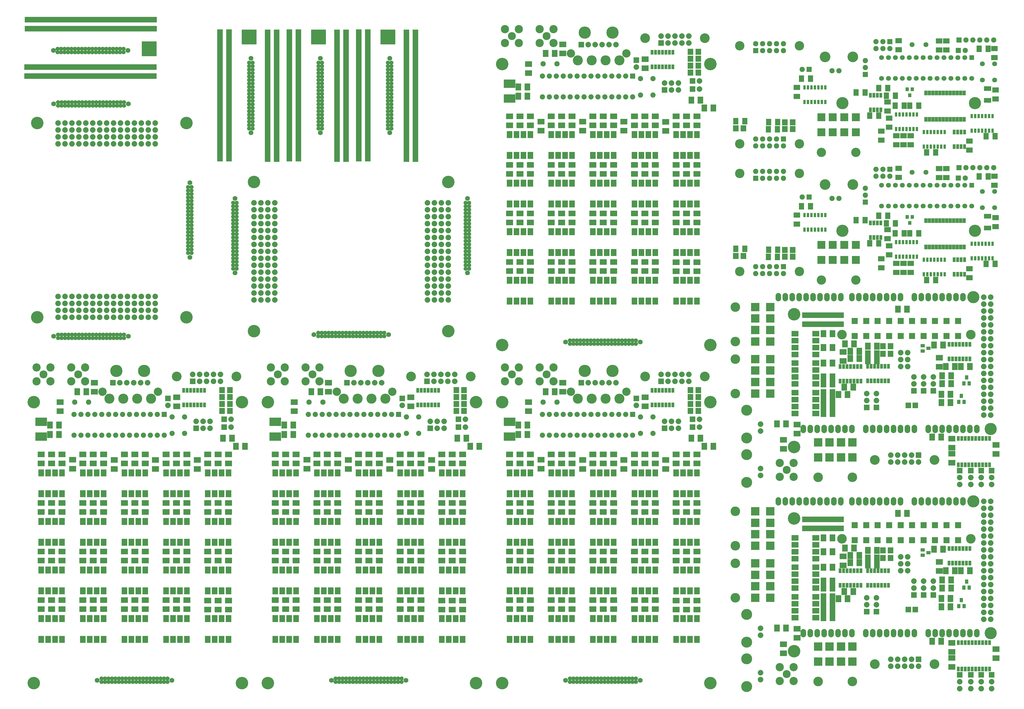
<source format=gts>
G75*
G70*
%OFA0B0*%
%FSLAX25Y25*%
%IPPOS*%
%LPD*%
%AMOC8*
5,1,8,0,0,1.08239X$1,22.5*
%
%ADD101C,0.13575*%
%ADD102C,0.00000*%
%ADD104C,0.00591*%
%ADD105C,0.12000*%
%ADD109C,0.15355*%
%ADD11C,0.07000*%
%ADD111R,0.21290X0.21290*%
%ADD118R,0.11575X0.11575*%
%ADD119C,0.18000*%
%ADD123C,0.13810*%
%ADD127R,0.04000X0.07000*%
%ADD128R,0.04575X0.06575*%
%ADD129R,0.07575X0.09575*%
%ADD13C,0.05940*%
%ADD14R,0.12000X0.12000*%
%ADD15C,0.17710*%
%ADD16C,0.13386*%
%ADD18R,0.07500X0.07500*%
%ADD19R,0.04725X0.05515*%
%ADD20R,0.07865X0.08665*%
%ADD22C,0.11449*%
%ADD29R,0.05940X0.05150*%
%ADD34R,0.07575X0.07575*%
%ADD40C,0.17575*%
%ADD42R,0.05150X0.05940*%
%ADD43C,0.07175*%
%ADD44R,0.08000X0.10000*%
%ADD45C,0.15780*%
%ADD46R,0.07075X0.07075*%
%ADD47C,0.14000*%
%ADD53C,0.08000*%
%ADD58R,0.10000X0.08000*%
%ADD60R,0.08290X0.09090*%
%ADD65R,0.03075X0.06575*%
%ADD68C,0.07075*%
%ADD70R,0.03935X0.07085*%
%ADD71C,0.14500*%
%ADD72R,0.09575X0.07575*%
%ADD74R,0.03575X0.06075*%
%ADD75R,0.08000X0.08000*%
%ADD76R,0.16760X0.12040*%
%ADD83C,0.07600*%
%ADD84C,0.07575*%
%ADD86C,0.07500*%
%ADD91O,0.08000X0.12000*%
%ADD93R,0.09000X0.09000*%
%ADD95R,0.04000X0.06500*%
%ADD96C,0.17500*%
%ADD97C,0.11843*%
%ADD99C,0.13811*%
X0010000Y0010000D02*
G01*
D104*
D119*
X0025000Y0430000D03*
X0025000Y0025000D03*
X0325000Y0025000D03*
X0325000Y0430000D03*
D11*
X0223870Y0029130D03*
X0116370Y0029130D03*
D13*
X0212620Y0031630D03*
X0217620Y0031630D03*
X0217620Y0026630D03*
X0212620Y0026630D03*
X0197620Y0026630D03*
X0192620Y0026630D03*
X0202620Y0026630D03*
X0207620Y0026630D03*
X0207620Y0031630D03*
X0202620Y0031630D03*
X0192620Y0031630D03*
X0197620Y0031630D03*
X0142620Y0026630D03*
X0137620Y0026630D03*
X0127620Y0026630D03*
X0132620Y0026630D03*
X0132620Y0031630D03*
X0127620Y0031630D03*
X0137620Y0031630D03*
X0142620Y0031630D03*
X0122620Y0031630D03*
X0122620Y0026630D03*
X0147620Y0026630D03*
X0147620Y0031630D03*
X0177620Y0031630D03*
X0172620Y0031630D03*
X0182620Y0031630D03*
X0187620Y0031630D03*
X0167620Y0031630D03*
X0162620Y0031630D03*
X0152620Y0031630D03*
X0157620Y0031630D03*
X0157620Y0026630D03*
X0152620Y0026630D03*
X0162620Y0026630D03*
X0167620Y0026630D03*
X0187620Y0026630D03*
X0182620Y0026630D03*
X0172620Y0026630D03*
X0177620Y0026630D03*
D47*
X0317120Y0467130D03*
X0231120Y0467130D03*
D75*
X0254120Y0460130D03*
D53*
X0254120Y0470130D03*
X0264120Y0460130D03*
X0264120Y0470130D03*
X0274120Y0460130D03*
X0274120Y0470130D03*
X0284120Y0460130D03*
X0284120Y0470130D03*
X0294120Y0460130D03*
X0294120Y0470130D03*
D58*
X0050620Y0354630D03*
X0050620Y0341630D03*
X0065620Y0271630D03*
X0065620Y0284630D03*
X0050620Y0144630D03*
X0050620Y0131630D03*
X0035620Y0144630D03*
X0035620Y0131630D03*
X0125620Y0271630D03*
X0125620Y0284630D03*
X0125620Y0201630D03*
X0125620Y0214630D03*
X0095620Y0144630D03*
X0095620Y0131630D03*
X0035620Y0284630D03*
X0035620Y0271630D03*
X0065620Y0131630D03*
X0065620Y0144630D03*
X0065620Y0201630D03*
X0065620Y0214630D03*
X0035620Y0354630D03*
X0035620Y0341630D03*
X0290620Y0214630D03*
X0290620Y0201630D03*
X0290620Y0284630D03*
X0290620Y0271630D03*
X0035620Y0214630D03*
X0035620Y0201630D03*
X0050620Y0284630D03*
X0050620Y0271630D03*
X0050620Y0214630D03*
X0050620Y0201630D03*
X0110620Y0214630D03*
X0110620Y0201630D03*
X0170620Y0214630D03*
X0170620Y0201630D03*
X0170620Y0284630D03*
X0170620Y0271630D03*
X0230620Y0284630D03*
X0230620Y0271630D03*
X0230620Y0214630D03*
X0230620Y0201630D03*
X0110620Y0284630D03*
X0110620Y0271630D03*
X0170620Y0354630D03*
X0170620Y0341630D03*
X0155620Y0144630D03*
X0155620Y0131630D03*
X0245620Y0201630D03*
X0245620Y0214630D03*
X0245620Y0271630D03*
X0245620Y0284630D03*
X0245620Y0341630D03*
X0245620Y0354630D03*
X0275620Y0354630D03*
X0275620Y0341630D03*
X0305620Y0131130D03*
X0305620Y0144130D03*
X0275620Y0284630D03*
X0275620Y0271630D03*
X0290620Y0144130D03*
X0290620Y0131130D03*
X0215620Y0284630D03*
X0215620Y0271630D03*
X0215620Y0214630D03*
X0215620Y0201630D03*
X0185620Y0341630D03*
X0185620Y0354630D03*
X0185620Y0201630D03*
X0185620Y0214630D03*
X0230620Y0144630D03*
X0230620Y0131630D03*
X0215620Y0144630D03*
X0215620Y0131630D03*
X0185620Y0271630D03*
X0185620Y0284630D03*
X0215620Y0354630D03*
X0215620Y0341630D03*
X0245620Y0131630D03*
X0245620Y0144630D03*
X0230620Y0354630D03*
X0230620Y0341630D03*
X0275620Y0214630D03*
X0275620Y0201630D03*
X0290620Y0354630D03*
X0290620Y0341630D03*
X0275620Y0144130D03*
X0275620Y0131130D03*
X0305620Y0201630D03*
X0305620Y0214630D03*
X0305620Y0341630D03*
X0305620Y0354630D03*
X0305620Y0271630D03*
X0305620Y0284630D03*
X0110620Y0144630D03*
X0110620Y0131630D03*
X0095620Y0354630D03*
X0095620Y0341630D03*
X0065620Y0341630D03*
X0065620Y0354630D03*
X0170620Y0144630D03*
X0170620Y0131630D03*
X0155620Y0284630D03*
X0155620Y0271630D03*
X0095620Y0214630D03*
X0095620Y0201630D03*
X0095620Y0284630D03*
X0095620Y0271630D03*
X0110620Y0354630D03*
X0110620Y0341630D03*
X0185620Y0131630D03*
X0185620Y0144630D03*
X0155620Y0214630D03*
X0155620Y0201630D03*
X0155620Y0354630D03*
X0155620Y0341630D03*
X0125620Y0341630D03*
X0125620Y0354630D03*
X0125620Y0131630D03*
X0125620Y0144630D03*
D44*
X0125620Y0328130D03*
X0115620Y0328130D03*
X0105620Y0328130D03*
X0095620Y0328130D03*
X0095620Y0298130D03*
X0105620Y0298130D03*
X0115620Y0298130D03*
X0125620Y0298130D03*
X0065620Y0188130D03*
X0055620Y0188130D03*
X0045620Y0188130D03*
X0035620Y0188130D03*
X0035620Y0158130D03*
X0045620Y0158130D03*
X0055620Y0158130D03*
X0065620Y0158130D03*
X0185620Y0118130D03*
X0175620Y0118130D03*
X0165620Y0118130D03*
X0155620Y0118130D03*
X0155620Y0088130D03*
X0165620Y0088130D03*
X0175620Y0088130D03*
X0185620Y0088130D03*
X0245620Y0328130D03*
X0235620Y0328130D03*
X0225620Y0328130D03*
X0215620Y0328130D03*
X0215620Y0298130D03*
X0225620Y0298130D03*
X0235620Y0298130D03*
X0245620Y0298130D03*
X0185620Y0328130D03*
X0175620Y0328130D03*
X0165620Y0328130D03*
X0155620Y0328130D03*
X0155620Y0298130D03*
X0165620Y0298130D03*
X0175620Y0298130D03*
X0185620Y0298130D03*
X0065620Y0258130D03*
X0055620Y0258130D03*
X0045620Y0258130D03*
X0035620Y0258130D03*
X0035620Y0228130D03*
X0045620Y0228130D03*
X0055620Y0228130D03*
X0065620Y0228130D03*
X0185620Y0188130D03*
X0175620Y0188130D03*
X0165620Y0188130D03*
X0155620Y0188130D03*
X0155620Y0158130D03*
X0165620Y0158130D03*
X0175620Y0158130D03*
X0185620Y0158130D03*
X0065620Y0328130D03*
X0055620Y0328130D03*
X0045620Y0328130D03*
X0035620Y0328130D03*
X0035620Y0298130D03*
X0045620Y0298130D03*
X0055620Y0298130D03*
X0065620Y0298130D03*
X0245620Y0188130D03*
X0235620Y0188130D03*
X0225620Y0188130D03*
X0215620Y0188130D03*
X0215620Y0158130D03*
X0225620Y0158130D03*
X0235620Y0158130D03*
X0245620Y0158130D03*
X0245620Y0118130D03*
X0235620Y0118130D03*
X0225620Y0118130D03*
X0215620Y0118130D03*
X0215620Y0088130D03*
X0225620Y0088130D03*
X0235620Y0088130D03*
X0245620Y0088130D03*
X0305620Y0118130D03*
X0295620Y0118130D03*
X0285620Y0118130D03*
X0275620Y0118130D03*
X0275620Y0088130D03*
X0285620Y0088130D03*
X0295620Y0088130D03*
X0305620Y0088130D03*
X0245620Y0258130D03*
X0235620Y0258130D03*
X0225620Y0258130D03*
X0215620Y0258130D03*
X0215620Y0228130D03*
X0225620Y0228130D03*
X0235620Y0228130D03*
X0245620Y0228130D03*
X0125620Y0188130D03*
X0115620Y0188130D03*
X0105620Y0188130D03*
X0095620Y0188130D03*
X0095620Y0158130D03*
X0105620Y0158130D03*
X0115620Y0158130D03*
X0125620Y0158130D03*
X0305620Y0328130D03*
X0295620Y0328130D03*
X0285620Y0328130D03*
X0275620Y0328130D03*
X0275620Y0298130D03*
X0285620Y0298130D03*
X0295620Y0298130D03*
X0305620Y0298130D03*
X0125620Y0258130D03*
X0115620Y0258130D03*
X0105620Y0258130D03*
X0095620Y0258130D03*
X0095620Y0228130D03*
X0105620Y0228130D03*
X0115620Y0228130D03*
X0125620Y0228130D03*
X0305620Y0258130D03*
X0295620Y0258130D03*
X0285620Y0258130D03*
X0275620Y0258130D03*
X0275620Y0228130D03*
X0285620Y0228130D03*
X0295620Y0228130D03*
X0305620Y0228130D03*
X0125620Y0118130D03*
X0115620Y0118130D03*
X0105620Y0118130D03*
X0095620Y0118130D03*
X0095620Y0088130D03*
X0105620Y0088130D03*
X0115620Y0088130D03*
X0125620Y0088130D03*
X0305620Y0188130D03*
X0295620Y0188130D03*
X0285620Y0188130D03*
X0275620Y0188130D03*
X0275620Y0158130D03*
X0285620Y0158130D03*
X0295620Y0158130D03*
X0305620Y0158130D03*
X0185620Y0258130D03*
X0175620Y0258130D03*
X0165620Y0258130D03*
X0155620Y0258130D03*
X0155620Y0228130D03*
X0165620Y0228130D03*
X0175620Y0228130D03*
X0185620Y0228130D03*
X0065620Y0118130D03*
X0055620Y0118130D03*
X0045620Y0118130D03*
X0035620Y0118130D03*
X0035620Y0088130D03*
X0045620Y0088130D03*
X0055620Y0088130D03*
X0065620Y0088130D03*
D105*
X0204120Y0445130D03*
X0124120Y0445130D03*
D15*
X0184120Y0475130D03*
D71*
X0154120Y0435130D03*
X0174120Y0435130D03*
X0134120Y0435130D03*
X0194120Y0435130D03*
D15*
X0144120Y0475130D03*
D22*
X0089120Y0470130D03*
D97*
X0079120Y0480130D03*
X0099120Y0480130D03*
X0099120Y0460130D03*
X0079120Y0460130D03*
D22*
X0039120Y0470130D03*
D97*
X0029120Y0480130D03*
X0049120Y0480130D03*
X0049120Y0460130D03*
X0029120Y0460130D03*
D44*
X0100620Y0445130D03*
X0087620Y0445130D03*
X0297750Y0378000D03*
X0310750Y0378000D03*
D75*
X0259000Y0392500D03*
D53*
X0259000Y0402500D03*
X0269000Y0392500D03*
X0269000Y0402500D03*
X0279000Y0392500D03*
X0279000Y0402500D03*
D75*
X0139000Y0458000D03*
D53*
X0149000Y0458000D03*
X0159000Y0458000D03*
X0169000Y0458000D03*
X0179000Y0458000D03*
X0189000Y0458000D03*
D83*
X0084120Y0430130D03*
X0104120Y0430130D03*
D86*
X0203120Y0412380D03*
X0193120Y0412380D03*
X0183120Y0412380D03*
X0173120Y0412380D03*
X0163120Y0412380D03*
X0153120Y0412380D03*
X0143120Y0412380D03*
X0133120Y0412380D03*
X0123120Y0412380D03*
X0113120Y0412380D03*
X0103120Y0412380D03*
X0093120Y0412380D03*
X0083120Y0412380D03*
D18*
X0213120Y0412380D03*
D86*
X0083120Y0382380D03*
X0093120Y0382380D03*
X0103120Y0382380D03*
X0113120Y0382380D03*
X0123120Y0382380D03*
X0133120Y0382380D03*
X0143120Y0382380D03*
X0153120Y0382380D03*
X0163120Y0382380D03*
X0173120Y0382380D03*
X0183120Y0382380D03*
X0193120Y0382380D03*
X0203120Y0382380D03*
X0213120Y0382380D03*
D76*
X0035620Y0401510D03*
X0035620Y0380250D03*
D75*
X0218500Y0435500D03*
D53*
X0218500Y0425500D03*
D75*
X0299500Y0394000D03*
D53*
X0309500Y0394000D03*
D95*
X0271000Y0447000D03*
X0266000Y0447000D03*
X0261000Y0447000D03*
X0256000Y0447000D03*
X0251000Y0447000D03*
X0246000Y0447000D03*
X0241000Y0447000D03*
X0241000Y0426000D03*
X0246000Y0426000D03*
X0251000Y0426000D03*
X0256000Y0426000D03*
X0261000Y0426000D03*
X0266000Y0426000D03*
X0271000Y0426000D03*
D58*
X0231000Y0424000D03*
X0231000Y0437000D03*
D75*
X0299500Y0405500D03*
D53*
X0309500Y0405500D03*
D60*
X0307590Y0437500D03*
X0296410Y0437500D03*
X0307590Y0427500D03*
X0296410Y0427500D03*
D58*
X0112300Y0458100D03*
X0112300Y0445100D03*
X0140900Y0346700D03*
X0140900Y0333700D03*
X0063000Y0417000D03*
X0063000Y0430000D03*
D44*
X0048500Y0383500D03*
X0061500Y0383500D03*
X0316500Y0366500D03*
X0329500Y0366500D03*
D58*
X0260850Y0346600D03*
X0260850Y0333600D03*
D44*
X0048500Y0397000D03*
X0061500Y0397000D03*
D58*
X0200400Y0346700D03*
X0200400Y0333700D03*
X0081050Y0346850D03*
X0081050Y0333850D03*
D86*
X0242230Y0385070D03*
X0224510Y0385070D03*
X0242230Y0408690D03*
X0224510Y0408690D03*
D60*
X0307590Y0417500D03*
X0296410Y0417500D03*
X0307590Y0447500D03*
X0296410Y0447500D03*
X0010000Y0497500D02*
G01*
D102*
D119*
X0245000Y0552500D03*
X0245000Y0832500D03*
X0030000Y0552500D03*
X0030000Y0832500D03*
D11*
X0161250Y0525000D03*
X0053750Y0525000D03*
D13*
X0150000Y0527500D03*
X0155000Y0527500D03*
X0155000Y0522500D03*
X0150000Y0522500D03*
X0135000Y0522500D03*
X0130000Y0522500D03*
X0140000Y0522500D03*
X0145000Y0522500D03*
X0145000Y0527500D03*
X0140000Y0527500D03*
X0130000Y0527500D03*
X0135000Y0527500D03*
X0080000Y0522500D03*
X0075000Y0522500D03*
X0065000Y0522500D03*
X0070000Y0522500D03*
X0070000Y0527500D03*
X0065000Y0527500D03*
X0075000Y0527500D03*
X0080000Y0527500D03*
X0060000Y0527500D03*
X0060000Y0522500D03*
X0085000Y0522500D03*
X0085000Y0527500D03*
X0115000Y0527500D03*
X0110000Y0527500D03*
X0120000Y0527500D03*
X0125000Y0527500D03*
X0105000Y0527500D03*
X0100000Y0527500D03*
X0090000Y0527500D03*
X0095000Y0527500D03*
X0095000Y0522500D03*
X0090000Y0522500D03*
X0100000Y0522500D03*
X0105000Y0522500D03*
X0125000Y0522500D03*
X0120000Y0522500D03*
X0110000Y0522500D03*
X0115000Y0522500D03*
D11*
X0053750Y0860000D03*
X0161250Y0860000D03*
D13*
X0065000Y0857500D03*
X0060000Y0857500D03*
X0060000Y0862500D03*
X0065000Y0862500D03*
X0080000Y0862500D03*
X0085000Y0862500D03*
X0075000Y0862500D03*
X0070000Y0862500D03*
X0070000Y0857500D03*
X0075000Y0857500D03*
X0085000Y0857500D03*
X0080000Y0857500D03*
X0135000Y0862500D03*
X0140000Y0862500D03*
X0150000Y0862500D03*
X0145000Y0862500D03*
X0145000Y0857500D03*
X0150000Y0857500D03*
X0140000Y0857500D03*
X0135000Y0857500D03*
X0155000Y0857500D03*
X0155000Y0862500D03*
X0130000Y0862500D03*
X0130000Y0857500D03*
X0100000Y0857500D03*
X0105000Y0857500D03*
X0095000Y0857500D03*
X0090000Y0857500D03*
X0110000Y0857500D03*
X0115000Y0857500D03*
X0125000Y0857500D03*
X0120000Y0857500D03*
X0120000Y0862500D03*
X0125000Y0862500D03*
X0115000Y0862500D03*
X0110000Y0862500D03*
X0090000Y0862500D03*
X0095000Y0862500D03*
X0105000Y0862500D03*
X0100000Y0862500D03*
D11*
X0250000Y0746250D03*
X0250000Y0638750D03*
D13*
X0247500Y0735000D03*
X0247500Y0740000D03*
X0252500Y0740000D03*
X0252500Y0735000D03*
X0252500Y0720000D03*
X0252500Y0715000D03*
X0252500Y0725000D03*
X0252500Y0730000D03*
X0247500Y0730000D03*
X0247500Y0725000D03*
X0247500Y0715000D03*
X0247500Y0720000D03*
X0252500Y0665000D03*
X0252500Y0660000D03*
X0252500Y0650000D03*
X0252500Y0655000D03*
X0247500Y0655000D03*
X0247500Y0650000D03*
X0247500Y0660000D03*
X0247500Y0665000D03*
X0247500Y0645000D03*
X0252500Y0645000D03*
X0252500Y0670000D03*
X0247500Y0670000D03*
X0247500Y0700000D03*
X0247500Y0695000D03*
X0247500Y0705000D03*
X0247500Y0710000D03*
X0247500Y0690000D03*
X0247500Y0685000D03*
X0247500Y0675000D03*
X0247500Y0680000D03*
X0252500Y0680000D03*
X0252500Y0675000D03*
X0252500Y0685000D03*
X0252500Y0690000D03*
X0252500Y0710000D03*
X0252500Y0705000D03*
X0252500Y0695000D03*
X0252500Y0700000D03*
D53*
X0060000Y0802500D03*
X0060000Y0812500D03*
X0060000Y0822500D03*
X0060000Y0832500D03*
X0070000Y0802500D03*
X0070000Y0812500D03*
X0070000Y0822500D03*
X0070000Y0832500D03*
X0080000Y0802500D03*
X0080000Y0812500D03*
X0080000Y0822500D03*
X0080000Y0832500D03*
X0090000Y0802500D03*
X0090000Y0812500D03*
X0090000Y0822500D03*
X0090000Y0832500D03*
X0100000Y0802500D03*
X0100000Y0812500D03*
X0100000Y0822500D03*
X0100000Y0832500D03*
X0110000Y0802500D03*
X0110000Y0812500D03*
X0110000Y0822500D03*
X0110000Y0832500D03*
X0120000Y0802500D03*
X0120000Y0812500D03*
X0120000Y0822500D03*
X0120000Y0832500D03*
X0130000Y0802500D03*
X0130000Y0812500D03*
X0130000Y0822500D03*
X0130000Y0832500D03*
X0140000Y0802500D03*
X0140000Y0812500D03*
X0140000Y0822500D03*
X0140000Y0832500D03*
X0150000Y0802500D03*
X0150000Y0812500D03*
X0150000Y0822500D03*
X0150000Y0832500D03*
X0160000Y0802500D03*
X0160000Y0812500D03*
X0160000Y0822500D03*
X0160000Y0832500D03*
X0170000Y0802500D03*
X0170000Y0812500D03*
X0170000Y0822500D03*
X0170000Y0832500D03*
X0180000Y0802500D03*
X0180000Y0812500D03*
X0180000Y0822500D03*
X0180000Y0832500D03*
X0190000Y0802500D03*
X0190000Y0812500D03*
X0190000Y0822500D03*
X0190000Y0832500D03*
X0200000Y0802500D03*
X0200000Y0812500D03*
X0200000Y0822500D03*
X0200000Y0832500D03*
X0200000Y0552500D03*
X0200000Y0562500D03*
X0200000Y0572500D03*
X0200000Y0582500D03*
X0190000Y0552500D03*
X0190000Y0562500D03*
X0190000Y0572500D03*
X0190000Y0582500D03*
X0180000Y0552500D03*
X0180000Y0562500D03*
X0180000Y0572500D03*
X0180000Y0582500D03*
X0170000Y0552500D03*
X0170000Y0562500D03*
X0170000Y0572500D03*
X0170000Y0582500D03*
X0160000Y0552500D03*
X0160000Y0562500D03*
X0160000Y0572500D03*
X0160000Y0582500D03*
X0150000Y0552500D03*
X0150000Y0562500D03*
X0150000Y0572500D03*
X0150000Y0582500D03*
X0140000Y0552500D03*
X0140000Y0562500D03*
X0140000Y0572500D03*
X0140000Y0582500D03*
X0130000Y0552500D03*
X0130000Y0562500D03*
X0130000Y0572500D03*
X0130000Y0582500D03*
X0120000Y0552500D03*
X0120000Y0562500D03*
X0120000Y0572500D03*
X0120000Y0582500D03*
X0110000Y0552500D03*
X0110000Y0562500D03*
X0110000Y0572500D03*
X0110000Y0582500D03*
X0100000Y0552500D03*
X0100000Y0562500D03*
X0100000Y0572500D03*
X0100000Y0582500D03*
X0090000Y0552500D03*
X0090000Y0562500D03*
X0090000Y0572500D03*
X0090000Y0582500D03*
X0080000Y0552500D03*
X0080000Y0562500D03*
X0080000Y0572500D03*
X0080000Y0582500D03*
X0070000Y0552500D03*
X0070000Y0562500D03*
X0070000Y0572500D03*
X0070000Y0582500D03*
X0060000Y0552500D03*
X0060000Y0562500D03*
X0060000Y0572500D03*
X0060000Y0582500D03*
X0287500Y0497500D02*
G01*
D102*
D119*
X0342500Y0532500D03*
X0622500Y0532500D03*
X0342500Y0747500D03*
X0622500Y0747500D03*
D11*
X0315000Y0616250D03*
X0315000Y0723750D03*
D13*
X0317500Y0627500D03*
X0317500Y0622500D03*
X0312500Y0622500D03*
X0312500Y0627500D03*
X0312500Y0642500D03*
X0312500Y0647500D03*
X0312500Y0637500D03*
X0312500Y0632500D03*
X0317500Y0632500D03*
X0317500Y0637500D03*
X0317500Y0647500D03*
X0317500Y0642500D03*
X0312500Y0697500D03*
X0312500Y0702500D03*
X0312500Y0712500D03*
X0312500Y0707500D03*
X0317500Y0707500D03*
X0317500Y0712500D03*
X0317500Y0702500D03*
X0317500Y0697500D03*
X0317500Y0717500D03*
X0312500Y0717500D03*
X0312500Y0692500D03*
X0317500Y0692500D03*
X0317500Y0662500D03*
X0317500Y0667500D03*
X0317500Y0657500D03*
X0317500Y0652500D03*
X0317500Y0672500D03*
X0317500Y0677500D03*
X0317500Y0687500D03*
X0317500Y0682500D03*
X0312500Y0682500D03*
X0312500Y0687500D03*
X0312500Y0677500D03*
X0312500Y0672500D03*
X0312500Y0652500D03*
X0312500Y0657500D03*
X0312500Y0667500D03*
X0312500Y0662500D03*
D11*
X0650000Y0723750D03*
X0650000Y0616250D03*
D13*
X0647500Y0712500D03*
X0647500Y0717500D03*
X0652500Y0717500D03*
X0652500Y0712500D03*
X0652500Y0697500D03*
X0652500Y0692500D03*
X0652500Y0702500D03*
X0652500Y0707500D03*
X0647500Y0707500D03*
X0647500Y0702500D03*
X0647500Y0692500D03*
X0647500Y0697500D03*
X0652500Y0642500D03*
X0652500Y0637500D03*
X0652500Y0627500D03*
X0652500Y0632500D03*
X0647500Y0632500D03*
X0647500Y0627500D03*
X0647500Y0637500D03*
X0647500Y0642500D03*
X0647500Y0622500D03*
X0652500Y0622500D03*
X0652500Y0647500D03*
X0647500Y0647500D03*
X0647500Y0677500D03*
X0647500Y0672500D03*
X0647500Y0682500D03*
X0647500Y0687500D03*
X0647500Y0667500D03*
X0647500Y0662500D03*
X0647500Y0652500D03*
X0647500Y0657500D03*
X0652500Y0657500D03*
X0652500Y0652500D03*
X0652500Y0662500D03*
X0652500Y0667500D03*
X0652500Y0687500D03*
X0652500Y0682500D03*
X0652500Y0672500D03*
X0652500Y0677500D03*
D11*
X0536250Y0527500D03*
X0428750Y0527500D03*
D13*
X0525000Y0530000D03*
X0530000Y0530000D03*
X0530000Y0525000D03*
X0525000Y0525000D03*
X0510000Y0525000D03*
X0505000Y0525000D03*
X0515000Y0525000D03*
X0520000Y0525000D03*
X0520000Y0530000D03*
X0515000Y0530000D03*
X0505000Y0530000D03*
X0510000Y0530000D03*
X0455000Y0525000D03*
X0450000Y0525000D03*
X0440000Y0525000D03*
X0445000Y0525000D03*
X0445000Y0530000D03*
X0440000Y0530000D03*
X0450000Y0530000D03*
X0455000Y0530000D03*
X0435000Y0530000D03*
X0435000Y0525000D03*
X0460000Y0525000D03*
X0460000Y0530000D03*
X0490000Y0530000D03*
X0485000Y0530000D03*
X0495000Y0530000D03*
X0500000Y0530000D03*
X0480000Y0530000D03*
X0475000Y0530000D03*
X0465000Y0530000D03*
X0470000Y0530000D03*
X0470000Y0525000D03*
X0465000Y0525000D03*
X0475000Y0525000D03*
X0480000Y0525000D03*
X0500000Y0525000D03*
X0495000Y0525000D03*
X0485000Y0525000D03*
X0490000Y0525000D03*
D53*
X0592500Y0717500D03*
X0602500Y0717500D03*
X0612500Y0717500D03*
X0622500Y0717500D03*
X0592500Y0707500D03*
X0602500Y0707500D03*
X0612500Y0707500D03*
X0622500Y0707500D03*
X0592500Y0697500D03*
X0602500Y0697500D03*
X0612500Y0697500D03*
X0622500Y0697500D03*
X0592500Y0687500D03*
X0602500Y0687500D03*
X0612500Y0687500D03*
X0622500Y0687500D03*
X0592500Y0677500D03*
X0602500Y0677500D03*
X0612500Y0677500D03*
X0622500Y0677500D03*
X0592500Y0667500D03*
X0602500Y0667500D03*
X0612500Y0667500D03*
X0622500Y0667500D03*
X0592500Y0657500D03*
X0602500Y0657500D03*
X0612500Y0657500D03*
X0622500Y0657500D03*
X0592500Y0647500D03*
X0602500Y0647500D03*
X0612500Y0647500D03*
X0622500Y0647500D03*
X0592500Y0637500D03*
X0602500Y0637500D03*
X0612500Y0637500D03*
X0622500Y0637500D03*
X0592500Y0627500D03*
X0602500Y0627500D03*
X0612500Y0627500D03*
X0622500Y0627500D03*
X0592500Y0617500D03*
X0602500Y0617500D03*
X0612500Y0617500D03*
X0622500Y0617500D03*
X0592500Y0607500D03*
X0602500Y0607500D03*
X0612500Y0607500D03*
X0622500Y0607500D03*
X0592500Y0597500D03*
X0602500Y0597500D03*
X0612500Y0597500D03*
X0622500Y0597500D03*
X0592500Y0587500D03*
X0602500Y0587500D03*
X0612500Y0587500D03*
X0622500Y0587500D03*
X0592500Y0577500D03*
X0602500Y0577500D03*
X0612500Y0577500D03*
X0622500Y0577500D03*
X0342500Y0577500D03*
X0352500Y0577500D03*
X0362500Y0577500D03*
X0372500Y0577500D03*
X0342500Y0587500D03*
X0352500Y0587500D03*
X0362500Y0587500D03*
X0372500Y0587500D03*
X0342500Y0597500D03*
X0352500Y0597500D03*
X0362500Y0597500D03*
X0372500Y0597500D03*
X0342500Y0607500D03*
X0352500Y0607500D03*
X0362500Y0607500D03*
X0372500Y0607500D03*
X0342500Y0617500D03*
X0352500Y0617500D03*
X0362500Y0617500D03*
X0372500Y0617500D03*
X0342500Y0627500D03*
X0352500Y0627500D03*
X0362500Y0627500D03*
X0372500Y0627500D03*
X0342500Y0637500D03*
X0352500Y0637500D03*
X0362500Y0637500D03*
X0372500Y0637500D03*
X0342500Y0647500D03*
X0352500Y0647500D03*
X0362500Y0647500D03*
X0372500Y0647500D03*
X0342500Y0657500D03*
X0352500Y0657500D03*
X0362500Y0657500D03*
X0372500Y0657500D03*
X0342500Y0667500D03*
X0352500Y0667500D03*
X0362500Y0667500D03*
X0372500Y0667500D03*
X0342500Y0677500D03*
X0352500Y0677500D03*
X0362500Y0677500D03*
X0372500Y0677500D03*
X0342500Y0687500D03*
X0352500Y0687500D03*
X0362500Y0687500D03*
X0372500Y0687500D03*
X0342500Y0697500D03*
X0352500Y0697500D03*
X0362500Y0697500D03*
X0372500Y0697500D03*
X0342500Y0707500D03*
X0352500Y0707500D03*
X0362500Y0707500D03*
X0372500Y0707500D03*
X0342500Y0717500D03*
X0352500Y0717500D03*
X0362500Y0717500D03*
X0372500Y0717500D03*
X0287500Y0775000D02*
G01*
D104*
D11*
X0338000Y0818250D03*
X0338000Y0925750D03*
D13*
X0340500Y0829500D03*
X0340500Y0824500D03*
X0335500Y0824500D03*
X0335500Y0829500D03*
X0335500Y0844500D03*
X0335500Y0849500D03*
X0335500Y0839500D03*
X0335500Y0834500D03*
X0340500Y0834500D03*
X0340500Y0839500D03*
X0340500Y0849500D03*
X0340500Y0844500D03*
X0335500Y0899500D03*
X0335500Y0904500D03*
X0335500Y0914500D03*
X0335500Y0909500D03*
X0340500Y0909500D03*
X0340500Y0914500D03*
X0340500Y0904500D03*
X0340500Y0899500D03*
X0340500Y0919500D03*
X0335500Y0919500D03*
X0335500Y0894500D03*
X0340500Y0894500D03*
X0340500Y0864500D03*
X0340500Y0869500D03*
X0340500Y0859500D03*
X0340500Y0854500D03*
X0340500Y0874500D03*
X0340500Y0879500D03*
X0340500Y0889500D03*
X0340500Y0884500D03*
X0335500Y0884500D03*
X0335500Y0889500D03*
X0335500Y0879500D03*
X0335500Y0874500D03*
X0335500Y0854500D03*
X0335500Y0859500D03*
X0335500Y0869500D03*
X0335500Y0864500D03*
D111*
X0335500Y0956500D03*
D44*
X0306500Y0848500D03*
X0293500Y0848500D03*
X0306500Y0915000D03*
X0293500Y0915000D03*
X0362000Y0914500D03*
X0375000Y0914500D03*
X0306500Y0905500D03*
X0293500Y0905500D03*
X0362000Y0905000D03*
X0375000Y0905000D03*
X0306500Y0896000D03*
X0293500Y0896000D03*
X0362000Y0895500D03*
X0375000Y0895500D03*
X0306500Y0886500D03*
X0293500Y0886500D03*
X0362000Y0886000D03*
X0375000Y0886000D03*
X0306500Y0877000D03*
X0293500Y0877000D03*
X0362000Y0876500D03*
X0375000Y0876500D03*
X0306500Y0867500D03*
X0293500Y0867500D03*
X0362000Y0867000D03*
X0375000Y0867000D03*
X0306500Y0858000D03*
X0293500Y0858000D03*
X0362000Y0857500D03*
X0375000Y0857500D03*
X0362000Y0924000D03*
X0375000Y0924000D03*
X0362000Y0848000D03*
X0375000Y0848000D03*
X0306500Y0839000D03*
X0293500Y0839000D03*
X0362000Y0838500D03*
X0375000Y0838500D03*
X0306500Y0829500D03*
X0293500Y0829500D03*
X0362000Y0829000D03*
X0375000Y0829000D03*
X0306500Y0820000D03*
X0293500Y0820000D03*
X0362000Y0819500D03*
X0375000Y0819500D03*
X0306500Y0810500D03*
X0293500Y0810500D03*
X0362000Y0810000D03*
X0375000Y0810000D03*
X0306500Y0801000D03*
X0293500Y0801000D03*
X0362000Y0800500D03*
X0375000Y0800500D03*
X0306500Y0791500D03*
X0293500Y0791500D03*
X0362000Y0791000D03*
X0375000Y0791000D03*
X0306500Y0782000D03*
X0293500Y0782000D03*
X0362000Y0781500D03*
X0375000Y0781500D03*
X0306500Y0962500D03*
X0293500Y0962500D03*
X0362000Y0962000D03*
X0375000Y0962000D03*
X0306500Y0953000D03*
X0293500Y0953000D03*
X0362000Y0952500D03*
X0375000Y0952500D03*
X0306500Y0943500D03*
X0293500Y0943500D03*
X0362000Y0943000D03*
X0375000Y0943000D03*
X0306500Y0934000D03*
X0293500Y0934000D03*
X0362000Y0933500D03*
X0375000Y0933500D03*
X0306500Y0924500D03*
X0293500Y0924500D03*
X0347500Y0010000D02*
G01*
D104*
D119*
X0362500Y0430000D03*
X0362500Y0025000D03*
X0662500Y0025000D03*
X0662500Y0430000D03*
D11*
X0561370Y0029130D03*
X0453870Y0029130D03*
D13*
X0550120Y0031630D03*
X0555120Y0031630D03*
X0555120Y0026630D03*
X0550120Y0026630D03*
X0535120Y0026630D03*
X0530120Y0026630D03*
X0540120Y0026630D03*
X0545120Y0026630D03*
X0545120Y0031630D03*
X0540120Y0031630D03*
X0530120Y0031630D03*
X0535120Y0031630D03*
X0480120Y0026630D03*
X0475120Y0026630D03*
X0465120Y0026630D03*
X0470120Y0026630D03*
X0470120Y0031630D03*
X0465120Y0031630D03*
X0475120Y0031630D03*
X0480120Y0031630D03*
X0460120Y0031630D03*
X0460120Y0026630D03*
X0485120Y0026630D03*
X0485120Y0031630D03*
X0515120Y0031630D03*
X0510120Y0031630D03*
X0520120Y0031630D03*
X0525120Y0031630D03*
X0505120Y0031630D03*
X0500120Y0031630D03*
X0490120Y0031630D03*
X0495120Y0031630D03*
X0495120Y0026630D03*
X0490120Y0026630D03*
X0500120Y0026630D03*
X0505120Y0026630D03*
X0525120Y0026630D03*
X0520120Y0026630D03*
X0510120Y0026630D03*
X0515120Y0026630D03*
D47*
X0654620Y0467130D03*
X0568620Y0467130D03*
D75*
X0591620Y0460130D03*
D53*
X0591620Y0470130D03*
X0601620Y0460130D03*
X0601620Y0470130D03*
X0611620Y0460130D03*
X0611620Y0470130D03*
X0621620Y0460130D03*
X0621620Y0470130D03*
X0631620Y0460130D03*
X0631620Y0470130D03*
D58*
X0388120Y0354630D03*
X0388120Y0341630D03*
X0403120Y0271630D03*
X0403120Y0284630D03*
X0388120Y0144630D03*
X0388120Y0131630D03*
X0373120Y0144630D03*
X0373120Y0131630D03*
X0463120Y0271630D03*
X0463120Y0284630D03*
X0463120Y0201630D03*
X0463120Y0214630D03*
X0433120Y0144630D03*
X0433120Y0131630D03*
X0373120Y0284630D03*
X0373120Y0271630D03*
X0403120Y0131630D03*
X0403120Y0144630D03*
X0403120Y0201630D03*
X0403120Y0214630D03*
X0373120Y0354630D03*
X0373120Y0341630D03*
X0628120Y0214630D03*
X0628120Y0201630D03*
X0628120Y0284630D03*
X0628120Y0271630D03*
X0373120Y0214630D03*
X0373120Y0201630D03*
X0388120Y0284630D03*
X0388120Y0271630D03*
X0388120Y0214630D03*
X0388120Y0201630D03*
X0448120Y0214630D03*
X0448120Y0201630D03*
X0508120Y0214630D03*
X0508120Y0201630D03*
X0508120Y0284630D03*
X0508120Y0271630D03*
X0568120Y0284630D03*
X0568120Y0271630D03*
X0568120Y0214630D03*
X0568120Y0201630D03*
X0448120Y0284630D03*
X0448120Y0271630D03*
X0508120Y0354630D03*
X0508120Y0341630D03*
X0493120Y0144630D03*
X0493120Y0131630D03*
X0583120Y0201630D03*
X0583120Y0214630D03*
X0583120Y0271630D03*
X0583120Y0284630D03*
X0583120Y0341630D03*
X0583120Y0354630D03*
X0613120Y0354630D03*
X0613120Y0341630D03*
X0643120Y0131130D03*
X0643120Y0144130D03*
X0613120Y0284630D03*
X0613120Y0271630D03*
X0628120Y0144130D03*
X0628120Y0131130D03*
X0553120Y0284630D03*
X0553120Y0271630D03*
X0553120Y0214630D03*
X0553120Y0201630D03*
X0523120Y0341630D03*
X0523120Y0354630D03*
X0523120Y0201630D03*
X0523120Y0214630D03*
X0568120Y0144630D03*
X0568120Y0131630D03*
X0553120Y0144630D03*
X0553120Y0131630D03*
X0523120Y0271630D03*
X0523120Y0284630D03*
X0553120Y0354630D03*
X0553120Y0341630D03*
X0583120Y0131630D03*
X0583120Y0144630D03*
X0568120Y0354630D03*
X0568120Y0341630D03*
X0613120Y0214630D03*
X0613120Y0201630D03*
X0628120Y0354630D03*
X0628120Y0341630D03*
X0613120Y0144130D03*
X0613120Y0131130D03*
X0643120Y0201630D03*
X0643120Y0214630D03*
X0643120Y0341630D03*
X0643120Y0354630D03*
X0643120Y0271630D03*
X0643120Y0284630D03*
X0448120Y0144630D03*
X0448120Y0131630D03*
X0433120Y0354630D03*
X0433120Y0341630D03*
X0403120Y0341630D03*
X0403120Y0354630D03*
X0508120Y0144630D03*
X0508120Y0131630D03*
X0493120Y0284630D03*
X0493120Y0271630D03*
X0433120Y0214630D03*
X0433120Y0201630D03*
X0433120Y0284630D03*
X0433120Y0271630D03*
X0448120Y0354630D03*
X0448120Y0341630D03*
X0523120Y0131630D03*
X0523120Y0144630D03*
X0493120Y0214630D03*
X0493120Y0201630D03*
X0493120Y0354630D03*
X0493120Y0341630D03*
X0463120Y0341630D03*
X0463120Y0354630D03*
X0463120Y0131630D03*
X0463120Y0144630D03*
D44*
X0463120Y0328130D03*
X0453120Y0328130D03*
X0443120Y0328130D03*
X0433120Y0328130D03*
X0433120Y0298130D03*
X0443120Y0298130D03*
X0453120Y0298130D03*
X0463120Y0298130D03*
X0403120Y0188130D03*
X0393120Y0188130D03*
X0383120Y0188130D03*
X0373120Y0188130D03*
X0373120Y0158130D03*
X0383120Y0158130D03*
X0393120Y0158130D03*
X0403120Y0158130D03*
X0523120Y0118130D03*
X0513120Y0118130D03*
X0503120Y0118130D03*
X0493120Y0118130D03*
X0493120Y0088130D03*
X0503120Y0088130D03*
X0513120Y0088130D03*
X0523120Y0088130D03*
X0583120Y0328130D03*
X0573120Y0328130D03*
X0563120Y0328130D03*
X0553120Y0328130D03*
X0553120Y0298130D03*
X0563120Y0298130D03*
X0573120Y0298130D03*
X0583120Y0298130D03*
X0523120Y0328130D03*
X0513120Y0328130D03*
X0503120Y0328130D03*
X0493120Y0328130D03*
X0493120Y0298130D03*
X0503120Y0298130D03*
X0513120Y0298130D03*
X0523120Y0298130D03*
X0403120Y0258130D03*
X0393120Y0258130D03*
X0383120Y0258130D03*
X0373120Y0258130D03*
X0373120Y0228130D03*
X0383120Y0228130D03*
X0393120Y0228130D03*
X0403120Y0228130D03*
X0523120Y0188130D03*
X0513120Y0188130D03*
X0503120Y0188130D03*
X0493120Y0188130D03*
X0493120Y0158130D03*
X0503120Y0158130D03*
X0513120Y0158130D03*
X0523120Y0158130D03*
X0403120Y0328130D03*
X0393120Y0328130D03*
X0383120Y0328130D03*
X0373120Y0328130D03*
X0373120Y0298130D03*
X0383120Y0298130D03*
X0393120Y0298130D03*
X0403120Y0298130D03*
X0583120Y0188130D03*
X0573120Y0188130D03*
X0563120Y0188130D03*
X0553120Y0188130D03*
X0553120Y0158130D03*
X0563120Y0158130D03*
X0573120Y0158130D03*
X0583120Y0158130D03*
X0583120Y0118130D03*
X0573120Y0118130D03*
X0563120Y0118130D03*
X0553120Y0118130D03*
X0553120Y0088130D03*
X0563120Y0088130D03*
X0573120Y0088130D03*
X0583120Y0088130D03*
X0643120Y0118130D03*
X0633120Y0118130D03*
X0623120Y0118130D03*
X0613120Y0118130D03*
X0613120Y0088130D03*
X0623120Y0088130D03*
X0633120Y0088130D03*
X0643120Y0088130D03*
X0583120Y0258130D03*
X0573120Y0258130D03*
X0563120Y0258130D03*
X0553120Y0258130D03*
X0553120Y0228130D03*
X0563120Y0228130D03*
X0573120Y0228130D03*
X0583120Y0228130D03*
X0463120Y0188130D03*
X0453120Y0188130D03*
X0443120Y0188130D03*
X0433120Y0188130D03*
X0433120Y0158130D03*
X0443120Y0158130D03*
X0453120Y0158130D03*
X0463120Y0158130D03*
X0643120Y0328130D03*
X0633120Y0328130D03*
X0623120Y0328130D03*
X0613120Y0328130D03*
X0613120Y0298130D03*
X0623120Y0298130D03*
X0633120Y0298130D03*
X0643120Y0298130D03*
X0463120Y0258130D03*
X0453120Y0258130D03*
X0443120Y0258130D03*
X0433120Y0258130D03*
X0433120Y0228130D03*
X0443120Y0228130D03*
X0453120Y0228130D03*
X0463120Y0228130D03*
X0643120Y0258130D03*
X0633120Y0258130D03*
X0623120Y0258130D03*
X0613120Y0258130D03*
X0613120Y0228130D03*
X0623120Y0228130D03*
X0633120Y0228130D03*
X0643120Y0228130D03*
X0463120Y0118130D03*
X0453120Y0118130D03*
X0443120Y0118130D03*
X0433120Y0118130D03*
X0433120Y0088130D03*
X0443120Y0088130D03*
X0453120Y0088130D03*
X0463120Y0088130D03*
X0643120Y0188130D03*
X0633120Y0188130D03*
X0623120Y0188130D03*
X0613120Y0188130D03*
X0613120Y0158130D03*
X0623120Y0158130D03*
X0633120Y0158130D03*
X0643120Y0158130D03*
X0523120Y0258130D03*
X0513120Y0258130D03*
X0503120Y0258130D03*
X0493120Y0258130D03*
X0493120Y0228130D03*
X0503120Y0228130D03*
X0513120Y0228130D03*
X0523120Y0228130D03*
X0403120Y0118130D03*
X0393120Y0118130D03*
X0383120Y0118130D03*
X0373120Y0118130D03*
X0373120Y0088130D03*
X0383120Y0088130D03*
X0393120Y0088130D03*
X0403120Y0088130D03*
D105*
X0541620Y0445130D03*
X0461620Y0445130D03*
D15*
X0521620Y0475130D03*
D71*
X0491620Y0435130D03*
X0511620Y0435130D03*
X0471620Y0435130D03*
X0531620Y0435130D03*
D15*
X0481620Y0475130D03*
D22*
X0426620Y0470130D03*
D97*
X0416620Y0480130D03*
X0436620Y0480130D03*
X0436620Y0460130D03*
X0416620Y0460130D03*
D22*
X0376620Y0470130D03*
D97*
X0366620Y0480130D03*
X0386620Y0480130D03*
X0386620Y0460130D03*
X0366620Y0460130D03*
D44*
X0438120Y0445130D03*
X0425120Y0445130D03*
X0635250Y0378000D03*
X0648250Y0378000D03*
D75*
X0596500Y0392500D03*
D53*
X0596500Y0402500D03*
X0606500Y0392500D03*
X0606500Y0402500D03*
X0616500Y0392500D03*
X0616500Y0402500D03*
D75*
X0476500Y0458000D03*
D53*
X0486500Y0458000D03*
X0496500Y0458000D03*
X0506500Y0458000D03*
X0516500Y0458000D03*
X0526500Y0458000D03*
D83*
X0421620Y0430130D03*
X0441620Y0430130D03*
D86*
X0540620Y0412380D03*
X0530620Y0412380D03*
X0520620Y0412380D03*
X0510620Y0412380D03*
X0500620Y0412380D03*
X0490620Y0412380D03*
X0480620Y0412380D03*
X0470620Y0412380D03*
X0460620Y0412380D03*
X0450620Y0412380D03*
X0440620Y0412380D03*
X0430620Y0412380D03*
X0420620Y0412380D03*
D18*
X0550620Y0412380D03*
D86*
X0420620Y0382380D03*
X0430620Y0382380D03*
X0440620Y0382380D03*
X0450620Y0382380D03*
X0460620Y0382380D03*
X0470620Y0382380D03*
X0480620Y0382380D03*
X0490620Y0382380D03*
X0500620Y0382380D03*
X0510620Y0382380D03*
X0520620Y0382380D03*
X0530620Y0382380D03*
X0540620Y0382380D03*
X0550620Y0382380D03*
D76*
X0373120Y0401510D03*
X0373120Y0380250D03*
D75*
X0556000Y0435500D03*
D53*
X0556000Y0425500D03*
D75*
X0637000Y0394000D03*
D53*
X0647000Y0394000D03*
D95*
X0608500Y0447000D03*
X0603500Y0447000D03*
X0598500Y0447000D03*
X0593500Y0447000D03*
X0588500Y0447000D03*
X0583500Y0447000D03*
X0578500Y0447000D03*
X0578500Y0426000D03*
X0583500Y0426000D03*
X0588500Y0426000D03*
X0593500Y0426000D03*
X0598500Y0426000D03*
X0603500Y0426000D03*
X0608500Y0426000D03*
D58*
X0568500Y0424000D03*
X0568500Y0437000D03*
D75*
X0637000Y0405500D03*
D53*
X0647000Y0405500D03*
D60*
X0645090Y0437500D03*
X0633910Y0437500D03*
X0645090Y0427500D03*
X0633910Y0427500D03*
D58*
X0449800Y0458100D03*
X0449800Y0445100D03*
X0478400Y0346700D03*
X0478400Y0333700D03*
X0400500Y0417000D03*
X0400500Y0430000D03*
D44*
X0386000Y0383500D03*
X0399000Y0383500D03*
X0654000Y0366500D03*
X0667000Y0366500D03*
D58*
X0598350Y0346600D03*
X0598350Y0333600D03*
D44*
X0386000Y0397000D03*
X0399000Y0397000D03*
D58*
X0537900Y0346700D03*
X0537900Y0333700D03*
X0418550Y0346850D03*
X0418550Y0333850D03*
D86*
X0579730Y0385070D03*
X0562010Y0385070D03*
X0579730Y0408690D03*
X0562010Y0408690D03*
D60*
X0645090Y0417500D03*
X0633910Y0417500D03*
X0645090Y0447500D03*
X0633910Y0447500D03*
X0387500Y0775000D02*
G01*
D104*
D11*
X0438000Y0818250D03*
X0438000Y0925750D03*
D13*
X0440500Y0829500D03*
X0440500Y0824500D03*
X0435500Y0824500D03*
X0435500Y0829500D03*
X0435500Y0844500D03*
X0435500Y0849500D03*
X0435500Y0839500D03*
X0435500Y0834500D03*
X0440500Y0834500D03*
X0440500Y0839500D03*
X0440500Y0849500D03*
X0440500Y0844500D03*
X0435500Y0899500D03*
X0435500Y0904500D03*
X0435500Y0914500D03*
X0435500Y0909500D03*
X0440500Y0909500D03*
X0440500Y0914500D03*
X0440500Y0904500D03*
X0440500Y0899500D03*
X0440500Y0919500D03*
X0435500Y0919500D03*
X0435500Y0894500D03*
X0440500Y0894500D03*
X0440500Y0864500D03*
X0440500Y0869500D03*
X0440500Y0859500D03*
X0440500Y0854500D03*
X0440500Y0874500D03*
X0440500Y0879500D03*
X0440500Y0889500D03*
X0440500Y0884500D03*
X0435500Y0884500D03*
X0435500Y0889500D03*
X0435500Y0879500D03*
X0435500Y0874500D03*
X0435500Y0854500D03*
X0435500Y0859500D03*
X0435500Y0869500D03*
X0435500Y0864500D03*
D111*
X0435500Y0956500D03*
D44*
X0406500Y0848500D03*
X0393500Y0848500D03*
X0406500Y0915000D03*
X0393500Y0915000D03*
X0462000Y0914500D03*
X0475000Y0914500D03*
X0406500Y0905500D03*
X0393500Y0905500D03*
X0462000Y0905000D03*
X0475000Y0905000D03*
X0406500Y0896000D03*
X0393500Y0896000D03*
X0462000Y0895500D03*
X0475000Y0895500D03*
X0406500Y0886500D03*
X0393500Y0886500D03*
X0462000Y0886000D03*
X0475000Y0886000D03*
X0406500Y0877000D03*
X0393500Y0877000D03*
X0462000Y0876500D03*
X0475000Y0876500D03*
X0406500Y0867500D03*
X0393500Y0867500D03*
X0462000Y0867000D03*
X0475000Y0867000D03*
X0406500Y0858000D03*
X0393500Y0858000D03*
X0462000Y0857500D03*
X0475000Y0857500D03*
X0462000Y0924000D03*
X0475000Y0924000D03*
X0462000Y0848000D03*
X0475000Y0848000D03*
X0406500Y0839000D03*
X0393500Y0839000D03*
X0462000Y0838500D03*
X0475000Y0838500D03*
X0406500Y0829500D03*
X0393500Y0829500D03*
X0462000Y0829000D03*
X0475000Y0829000D03*
X0406500Y0820000D03*
X0393500Y0820000D03*
X0462000Y0819500D03*
X0475000Y0819500D03*
X0406500Y0810500D03*
X0393500Y0810500D03*
X0462000Y0810000D03*
X0475000Y0810000D03*
X0406500Y0801000D03*
X0393500Y0801000D03*
X0462000Y0800500D03*
X0475000Y0800500D03*
X0406500Y0791500D03*
X0393500Y0791500D03*
X0462000Y0791000D03*
X0475000Y0791000D03*
X0406500Y0782000D03*
X0393500Y0782000D03*
X0462000Y0781500D03*
X0475000Y0781500D03*
X0406500Y0962500D03*
X0393500Y0962500D03*
X0462000Y0962000D03*
X0475000Y0962000D03*
X0406500Y0953000D03*
X0393500Y0953000D03*
X0462000Y0952500D03*
X0475000Y0952500D03*
X0406500Y0943500D03*
X0393500Y0943500D03*
X0462000Y0943000D03*
X0475000Y0943000D03*
X0406500Y0934000D03*
X0393500Y0934000D03*
X0462000Y0933500D03*
X0475000Y0933500D03*
X0406500Y0924500D03*
X0393500Y0924500D03*
X0685000Y0010000D02*
G01*
D104*
D119*
X0700000Y0430000D03*
X0700000Y0025000D03*
X1000000Y0025000D03*
X1000000Y0430000D03*
D11*
X0898870Y0029130D03*
X0791370Y0029130D03*
D13*
X0887620Y0031630D03*
X0892620Y0031630D03*
X0892620Y0026630D03*
X0887620Y0026630D03*
X0872620Y0026630D03*
X0867620Y0026630D03*
X0877620Y0026630D03*
X0882620Y0026630D03*
X0882620Y0031630D03*
X0877620Y0031630D03*
X0867620Y0031630D03*
X0872620Y0031630D03*
X0817620Y0026630D03*
X0812620Y0026630D03*
X0802620Y0026630D03*
X0807620Y0026630D03*
X0807620Y0031630D03*
X0802620Y0031630D03*
X0812620Y0031630D03*
X0817620Y0031630D03*
X0797620Y0031630D03*
X0797620Y0026630D03*
X0822620Y0026630D03*
X0822620Y0031630D03*
X0852620Y0031630D03*
X0847620Y0031630D03*
X0857620Y0031630D03*
X0862620Y0031630D03*
X0842620Y0031630D03*
X0837620Y0031630D03*
X0827620Y0031630D03*
X0832620Y0031630D03*
X0832620Y0026630D03*
X0827620Y0026630D03*
X0837620Y0026630D03*
X0842620Y0026630D03*
X0862620Y0026630D03*
X0857620Y0026630D03*
X0847620Y0026630D03*
X0852620Y0026630D03*
D47*
X0992120Y0467130D03*
X0906120Y0467130D03*
D75*
X0929120Y0460130D03*
D53*
X0929120Y0470130D03*
X0939120Y0460130D03*
X0939120Y0470130D03*
X0949120Y0460130D03*
X0949120Y0470130D03*
X0959120Y0460130D03*
X0959120Y0470130D03*
X0969120Y0460130D03*
X0969120Y0470130D03*
D58*
X0725620Y0354630D03*
X0725620Y0341630D03*
X0740620Y0271630D03*
X0740620Y0284630D03*
X0725620Y0144630D03*
X0725620Y0131630D03*
X0710620Y0144630D03*
X0710620Y0131630D03*
X0800620Y0271630D03*
X0800620Y0284630D03*
X0800620Y0201630D03*
X0800620Y0214630D03*
X0770620Y0144630D03*
X0770620Y0131630D03*
X0710620Y0284630D03*
X0710620Y0271630D03*
X0740620Y0131630D03*
X0740620Y0144630D03*
X0740620Y0201630D03*
X0740620Y0214630D03*
X0710620Y0354630D03*
X0710620Y0341630D03*
X0965620Y0214630D03*
X0965620Y0201630D03*
X0965620Y0284630D03*
X0965620Y0271630D03*
X0710620Y0214630D03*
X0710620Y0201630D03*
X0725620Y0284630D03*
X0725620Y0271630D03*
X0725620Y0214630D03*
X0725620Y0201630D03*
X0785620Y0214630D03*
X0785620Y0201630D03*
X0845620Y0214630D03*
X0845620Y0201630D03*
X0845620Y0284630D03*
X0845620Y0271630D03*
X0905620Y0284630D03*
X0905620Y0271630D03*
X0905620Y0214630D03*
X0905620Y0201630D03*
X0785620Y0284630D03*
X0785620Y0271630D03*
X0845620Y0354630D03*
X0845620Y0341630D03*
X0830620Y0144630D03*
X0830620Y0131630D03*
X0920620Y0201630D03*
X0920620Y0214630D03*
X0920620Y0271630D03*
X0920620Y0284630D03*
X0920620Y0341630D03*
X0920620Y0354630D03*
X0950620Y0354630D03*
X0950620Y0341630D03*
X0980620Y0131130D03*
X0980620Y0144130D03*
X0950620Y0284630D03*
X0950620Y0271630D03*
X0965620Y0144130D03*
X0965620Y0131130D03*
X0890620Y0284630D03*
X0890620Y0271630D03*
X0890620Y0214630D03*
X0890620Y0201630D03*
X0860620Y0341630D03*
X0860620Y0354630D03*
X0860620Y0201630D03*
X0860620Y0214630D03*
X0905620Y0144630D03*
X0905620Y0131630D03*
X0890620Y0144630D03*
X0890620Y0131630D03*
X0860620Y0271630D03*
X0860620Y0284630D03*
X0890620Y0354630D03*
X0890620Y0341630D03*
X0920620Y0131630D03*
X0920620Y0144630D03*
X0905620Y0354630D03*
X0905620Y0341630D03*
X0950620Y0214630D03*
X0950620Y0201630D03*
X0965620Y0354630D03*
X0965620Y0341630D03*
X0950620Y0144130D03*
X0950620Y0131130D03*
X0980620Y0201630D03*
X0980620Y0214630D03*
X0980620Y0341630D03*
X0980620Y0354630D03*
X0980620Y0271630D03*
X0980620Y0284630D03*
X0785620Y0144630D03*
X0785620Y0131630D03*
X0770620Y0354630D03*
X0770620Y0341630D03*
X0740620Y0341630D03*
X0740620Y0354630D03*
X0845620Y0144630D03*
X0845620Y0131630D03*
X0830620Y0284630D03*
X0830620Y0271630D03*
X0770620Y0214630D03*
X0770620Y0201630D03*
X0770620Y0284630D03*
X0770620Y0271630D03*
X0785620Y0354630D03*
X0785620Y0341630D03*
X0860620Y0131630D03*
X0860620Y0144630D03*
X0830620Y0214630D03*
X0830620Y0201630D03*
X0830620Y0354630D03*
X0830620Y0341630D03*
X0800620Y0341630D03*
X0800620Y0354630D03*
X0800620Y0131630D03*
X0800620Y0144630D03*
D44*
X0800620Y0328130D03*
X0790620Y0328130D03*
X0780620Y0328130D03*
X0770620Y0328130D03*
X0770620Y0298130D03*
X0780620Y0298130D03*
X0790620Y0298130D03*
X0800620Y0298130D03*
X0740620Y0188130D03*
X0730620Y0188130D03*
X0720620Y0188130D03*
X0710620Y0188130D03*
X0710620Y0158130D03*
X0720620Y0158130D03*
X0730620Y0158130D03*
X0740620Y0158130D03*
X0860620Y0118130D03*
X0850620Y0118130D03*
X0840620Y0118130D03*
X0830620Y0118130D03*
X0830620Y0088130D03*
X0840620Y0088130D03*
X0850620Y0088130D03*
X0860620Y0088130D03*
X0920620Y0328130D03*
X0910620Y0328130D03*
X0900620Y0328130D03*
X0890620Y0328130D03*
X0890620Y0298130D03*
X0900620Y0298130D03*
X0910620Y0298130D03*
X0920620Y0298130D03*
X0860620Y0328130D03*
X0850620Y0328130D03*
X0840620Y0328130D03*
X0830620Y0328130D03*
X0830620Y0298130D03*
X0840620Y0298130D03*
X0850620Y0298130D03*
X0860620Y0298130D03*
X0740620Y0258130D03*
X0730620Y0258130D03*
X0720620Y0258130D03*
X0710620Y0258130D03*
X0710620Y0228130D03*
X0720620Y0228130D03*
X0730620Y0228130D03*
X0740620Y0228130D03*
X0860620Y0188130D03*
X0850620Y0188130D03*
X0840620Y0188130D03*
X0830620Y0188130D03*
X0830620Y0158130D03*
X0840620Y0158130D03*
X0850620Y0158130D03*
X0860620Y0158130D03*
X0740620Y0328130D03*
X0730620Y0328130D03*
X0720620Y0328130D03*
X0710620Y0328130D03*
X0710620Y0298130D03*
X0720620Y0298130D03*
X0730620Y0298130D03*
X0740620Y0298130D03*
X0920620Y0188130D03*
X0910620Y0188130D03*
X0900620Y0188130D03*
X0890620Y0188130D03*
X0890620Y0158130D03*
X0900620Y0158130D03*
X0910620Y0158130D03*
X0920620Y0158130D03*
X0920620Y0118130D03*
X0910620Y0118130D03*
X0900620Y0118130D03*
X0890620Y0118130D03*
X0890620Y0088130D03*
X0900620Y0088130D03*
X0910620Y0088130D03*
X0920620Y0088130D03*
X0980620Y0118130D03*
X0970620Y0118130D03*
X0960620Y0118130D03*
X0950620Y0118130D03*
X0950620Y0088130D03*
X0960620Y0088130D03*
X0970620Y0088130D03*
X0980620Y0088130D03*
X0920620Y0258130D03*
X0910620Y0258130D03*
X0900620Y0258130D03*
X0890620Y0258130D03*
X0890620Y0228130D03*
X0900620Y0228130D03*
X0910620Y0228130D03*
X0920620Y0228130D03*
X0800620Y0188130D03*
X0790620Y0188130D03*
X0780620Y0188130D03*
X0770620Y0188130D03*
X0770620Y0158130D03*
X0780620Y0158130D03*
X0790620Y0158130D03*
X0800620Y0158130D03*
X0980620Y0328130D03*
X0970620Y0328130D03*
X0960620Y0328130D03*
X0950620Y0328130D03*
X0950620Y0298130D03*
X0960620Y0298130D03*
X0970620Y0298130D03*
X0980620Y0298130D03*
X0800620Y0258130D03*
X0790620Y0258130D03*
X0780620Y0258130D03*
X0770620Y0258130D03*
X0770620Y0228130D03*
X0780620Y0228130D03*
X0790620Y0228130D03*
X0800620Y0228130D03*
X0980620Y0258130D03*
X0970620Y0258130D03*
X0960620Y0258130D03*
X0950620Y0258130D03*
X0950620Y0228130D03*
X0960620Y0228130D03*
X0970620Y0228130D03*
X0980620Y0228130D03*
X0800620Y0118130D03*
X0790620Y0118130D03*
X0780620Y0118130D03*
X0770620Y0118130D03*
X0770620Y0088130D03*
X0780620Y0088130D03*
X0790620Y0088130D03*
X0800620Y0088130D03*
X0980620Y0188130D03*
X0970620Y0188130D03*
X0960620Y0188130D03*
X0950620Y0188130D03*
X0950620Y0158130D03*
X0960620Y0158130D03*
X0970620Y0158130D03*
X0980620Y0158130D03*
X0860620Y0258130D03*
X0850620Y0258130D03*
X0840620Y0258130D03*
X0830620Y0258130D03*
X0830620Y0228130D03*
X0840620Y0228130D03*
X0850620Y0228130D03*
X0860620Y0228130D03*
X0740620Y0118130D03*
X0730620Y0118130D03*
X0720620Y0118130D03*
X0710620Y0118130D03*
X0710620Y0088130D03*
X0720620Y0088130D03*
X0730620Y0088130D03*
X0740620Y0088130D03*
D105*
X0879120Y0445130D03*
X0799120Y0445130D03*
D15*
X0859120Y0475130D03*
D71*
X0829120Y0435130D03*
X0849120Y0435130D03*
X0809120Y0435130D03*
X0869120Y0435130D03*
D15*
X0819120Y0475130D03*
D22*
X0764120Y0470130D03*
D97*
X0754120Y0480130D03*
X0774120Y0480130D03*
X0774120Y0460130D03*
X0754120Y0460130D03*
D22*
X0714120Y0470130D03*
D97*
X0704120Y0480130D03*
X0724120Y0480130D03*
X0724120Y0460130D03*
X0704120Y0460130D03*
D44*
X0775620Y0445130D03*
X0762620Y0445130D03*
X0972750Y0378000D03*
X0985750Y0378000D03*
D75*
X0934000Y0392500D03*
D53*
X0934000Y0402500D03*
X0944000Y0392500D03*
X0944000Y0402500D03*
X0954000Y0392500D03*
X0954000Y0402500D03*
D75*
X0814000Y0458000D03*
D53*
X0824000Y0458000D03*
X0834000Y0458000D03*
X0844000Y0458000D03*
X0854000Y0458000D03*
X0864000Y0458000D03*
D83*
X0759120Y0430130D03*
X0779120Y0430130D03*
D86*
X0878120Y0412380D03*
X0868120Y0412380D03*
X0858120Y0412380D03*
X0848120Y0412380D03*
X0838120Y0412380D03*
X0828120Y0412380D03*
X0818120Y0412380D03*
X0808120Y0412380D03*
X0798120Y0412380D03*
X0788120Y0412380D03*
X0778120Y0412380D03*
X0768120Y0412380D03*
X0758120Y0412380D03*
D18*
X0888120Y0412380D03*
D86*
X0758120Y0382380D03*
X0768120Y0382380D03*
X0778120Y0382380D03*
X0788120Y0382380D03*
X0798120Y0382380D03*
X0808120Y0382380D03*
X0818120Y0382380D03*
X0828120Y0382380D03*
X0838120Y0382380D03*
X0848120Y0382380D03*
X0858120Y0382380D03*
X0868120Y0382380D03*
X0878120Y0382380D03*
X0888120Y0382380D03*
D76*
X0710620Y0401510D03*
X0710620Y0380250D03*
D75*
X0893500Y0435500D03*
D53*
X0893500Y0425500D03*
D75*
X0974500Y0394000D03*
D53*
X0984500Y0394000D03*
D95*
X0946000Y0447000D03*
X0941000Y0447000D03*
X0936000Y0447000D03*
X0931000Y0447000D03*
X0926000Y0447000D03*
X0921000Y0447000D03*
X0916000Y0447000D03*
X0916000Y0426000D03*
X0921000Y0426000D03*
X0926000Y0426000D03*
X0931000Y0426000D03*
X0936000Y0426000D03*
X0941000Y0426000D03*
X0946000Y0426000D03*
D58*
X0906000Y0424000D03*
X0906000Y0437000D03*
D75*
X0974500Y0405500D03*
D53*
X0984500Y0405500D03*
D60*
X0982590Y0437500D03*
X0971410Y0437500D03*
X0982590Y0427500D03*
X0971410Y0427500D03*
D58*
X0787300Y0458100D03*
X0787300Y0445100D03*
X0815900Y0346700D03*
X0815900Y0333700D03*
X0738000Y0417000D03*
X0738000Y0430000D03*
D44*
X0723500Y0383500D03*
X0736500Y0383500D03*
X0991500Y0366500D03*
X1004500Y0366500D03*
D58*
X0935850Y0346600D03*
X0935850Y0333600D03*
D44*
X0723500Y0397000D03*
X0736500Y0397000D03*
D58*
X0875400Y0346700D03*
X0875400Y0333700D03*
X0756050Y0346850D03*
X0756050Y0333850D03*
D86*
X0917230Y0385070D03*
X0899510Y0385070D03*
X0917230Y0408690D03*
X0899510Y0408690D03*
D60*
X0982590Y0417500D03*
X0971410Y0417500D03*
X0982590Y0447500D03*
X0971410Y0447500D03*
X0685000Y0497500D02*
G01*
D104*
D119*
X0700000Y0917500D03*
X0700000Y0512500D03*
X1000000Y0512500D03*
X1000000Y0917500D03*
D11*
X0898870Y0516630D03*
X0791370Y0516630D03*
D13*
X0887620Y0519130D03*
X0892620Y0519130D03*
X0892620Y0514130D03*
X0887620Y0514130D03*
X0872620Y0514130D03*
X0867620Y0514130D03*
X0877620Y0514130D03*
X0882620Y0514130D03*
X0882620Y0519130D03*
X0877620Y0519130D03*
X0867620Y0519130D03*
X0872620Y0519130D03*
X0817620Y0514130D03*
X0812620Y0514130D03*
X0802620Y0514130D03*
X0807620Y0514130D03*
X0807620Y0519130D03*
X0802620Y0519130D03*
X0812620Y0519130D03*
X0817620Y0519130D03*
X0797620Y0519130D03*
X0797620Y0514130D03*
X0822620Y0514130D03*
X0822620Y0519130D03*
X0852620Y0519130D03*
X0847620Y0519130D03*
X0857620Y0519130D03*
X0862620Y0519130D03*
X0842620Y0519130D03*
X0837620Y0519130D03*
X0827620Y0519130D03*
X0832620Y0519130D03*
X0832620Y0514130D03*
X0827620Y0514130D03*
X0837620Y0514130D03*
X0842620Y0514130D03*
X0862620Y0514130D03*
X0857620Y0514130D03*
X0847620Y0514130D03*
X0852620Y0514130D03*
D47*
X0992120Y0954630D03*
X0906120Y0954630D03*
D75*
X0929120Y0947630D03*
D53*
X0929120Y0957630D03*
X0939120Y0947630D03*
X0939120Y0957630D03*
X0949120Y0947630D03*
X0949120Y0957630D03*
X0959120Y0947630D03*
X0959120Y0957630D03*
X0969120Y0947630D03*
X0969120Y0957630D03*
D58*
X0725620Y0842130D03*
X0725620Y0829130D03*
X0740620Y0759130D03*
X0740620Y0772130D03*
X0725620Y0632130D03*
X0725620Y0619130D03*
X0710620Y0632130D03*
X0710620Y0619130D03*
X0800620Y0759130D03*
X0800620Y0772130D03*
X0800620Y0689130D03*
X0800620Y0702130D03*
X0770620Y0632130D03*
X0770620Y0619130D03*
X0710620Y0772130D03*
X0710620Y0759130D03*
X0740620Y0619130D03*
X0740620Y0632130D03*
X0740620Y0689130D03*
X0740620Y0702130D03*
X0710620Y0842130D03*
X0710620Y0829130D03*
X0965620Y0702130D03*
X0965620Y0689130D03*
X0965620Y0772130D03*
X0965620Y0759130D03*
X0710620Y0702130D03*
X0710620Y0689130D03*
X0725620Y0772130D03*
X0725620Y0759130D03*
X0725620Y0702130D03*
X0725620Y0689130D03*
X0785620Y0702130D03*
X0785620Y0689130D03*
X0845620Y0702130D03*
X0845620Y0689130D03*
X0845620Y0772130D03*
X0845620Y0759130D03*
X0905620Y0772130D03*
X0905620Y0759130D03*
X0905620Y0702130D03*
X0905620Y0689130D03*
X0785620Y0772130D03*
X0785620Y0759130D03*
X0845620Y0842130D03*
X0845620Y0829130D03*
X0830620Y0632130D03*
X0830620Y0619130D03*
X0920620Y0689130D03*
X0920620Y0702130D03*
X0920620Y0759130D03*
X0920620Y0772130D03*
X0920620Y0829130D03*
X0920620Y0842130D03*
X0950620Y0842130D03*
X0950620Y0829130D03*
X0980620Y0618630D03*
X0980620Y0631630D03*
X0950620Y0772130D03*
X0950620Y0759130D03*
X0965620Y0631630D03*
X0965620Y0618630D03*
X0890620Y0772130D03*
X0890620Y0759130D03*
X0890620Y0702130D03*
X0890620Y0689130D03*
X0860620Y0829130D03*
X0860620Y0842130D03*
X0860620Y0689130D03*
X0860620Y0702130D03*
X0905620Y0632130D03*
X0905620Y0619130D03*
X0890620Y0632130D03*
X0890620Y0619130D03*
X0860620Y0759130D03*
X0860620Y0772130D03*
X0890620Y0842130D03*
X0890620Y0829130D03*
X0920620Y0619130D03*
X0920620Y0632130D03*
X0905620Y0842130D03*
X0905620Y0829130D03*
X0950620Y0702130D03*
X0950620Y0689130D03*
X0965620Y0842130D03*
X0965620Y0829130D03*
X0950620Y0631630D03*
X0950620Y0618630D03*
X0980620Y0689130D03*
X0980620Y0702130D03*
X0980620Y0829130D03*
X0980620Y0842130D03*
X0980620Y0759130D03*
X0980620Y0772130D03*
X0785620Y0632130D03*
X0785620Y0619130D03*
X0770620Y0842130D03*
X0770620Y0829130D03*
X0740620Y0829130D03*
X0740620Y0842130D03*
X0845620Y0632130D03*
X0845620Y0619130D03*
X0830620Y0772130D03*
X0830620Y0759130D03*
X0770620Y0702130D03*
X0770620Y0689130D03*
X0770620Y0772130D03*
X0770620Y0759130D03*
X0785620Y0842130D03*
X0785620Y0829130D03*
X0860620Y0619130D03*
X0860620Y0632130D03*
X0830620Y0702130D03*
X0830620Y0689130D03*
X0830620Y0842130D03*
X0830620Y0829130D03*
X0800620Y0829130D03*
X0800620Y0842130D03*
X0800620Y0619130D03*
X0800620Y0632130D03*
D44*
X0800620Y0815630D03*
X0790620Y0815630D03*
X0780620Y0815630D03*
X0770620Y0815630D03*
X0770620Y0785630D03*
X0780620Y0785630D03*
X0790620Y0785630D03*
X0800620Y0785630D03*
X0740620Y0675630D03*
X0730620Y0675630D03*
X0720620Y0675630D03*
X0710620Y0675630D03*
X0710620Y0645630D03*
X0720620Y0645630D03*
X0730620Y0645630D03*
X0740620Y0645630D03*
X0860620Y0605630D03*
X0850620Y0605630D03*
X0840620Y0605630D03*
X0830620Y0605630D03*
X0830620Y0575630D03*
X0840620Y0575630D03*
X0850620Y0575630D03*
X0860620Y0575630D03*
X0920620Y0815630D03*
X0910620Y0815630D03*
X0900620Y0815630D03*
X0890620Y0815630D03*
X0890620Y0785630D03*
X0900620Y0785630D03*
X0910620Y0785630D03*
X0920620Y0785630D03*
X0860620Y0815630D03*
X0850620Y0815630D03*
X0840620Y0815630D03*
X0830620Y0815630D03*
X0830620Y0785630D03*
X0840620Y0785630D03*
X0850620Y0785630D03*
X0860620Y0785630D03*
X0740620Y0745630D03*
X0730620Y0745630D03*
X0720620Y0745630D03*
X0710620Y0745630D03*
X0710620Y0715630D03*
X0720620Y0715630D03*
X0730620Y0715630D03*
X0740620Y0715630D03*
X0860620Y0675630D03*
X0850620Y0675630D03*
X0840620Y0675630D03*
X0830620Y0675630D03*
X0830620Y0645630D03*
X0840620Y0645630D03*
X0850620Y0645630D03*
X0860620Y0645630D03*
X0740620Y0815630D03*
X0730620Y0815630D03*
X0720620Y0815630D03*
X0710620Y0815630D03*
X0710620Y0785630D03*
X0720620Y0785630D03*
X0730620Y0785630D03*
X0740620Y0785630D03*
X0920620Y0675630D03*
X0910620Y0675630D03*
X0900620Y0675630D03*
X0890620Y0675630D03*
X0890620Y0645630D03*
X0900620Y0645630D03*
X0910620Y0645630D03*
X0920620Y0645630D03*
X0920620Y0605630D03*
X0910620Y0605630D03*
X0900620Y0605630D03*
X0890620Y0605630D03*
X0890620Y0575630D03*
X0900620Y0575630D03*
X0910620Y0575630D03*
X0920620Y0575630D03*
X0980620Y0605630D03*
X0970620Y0605630D03*
X0960620Y0605630D03*
X0950620Y0605630D03*
X0950620Y0575630D03*
X0960620Y0575630D03*
X0970620Y0575630D03*
X0980620Y0575630D03*
X0920620Y0745630D03*
X0910620Y0745630D03*
X0900620Y0745630D03*
X0890620Y0745630D03*
X0890620Y0715630D03*
X0900620Y0715630D03*
X0910620Y0715630D03*
X0920620Y0715630D03*
X0800620Y0675630D03*
X0790620Y0675630D03*
X0780620Y0675630D03*
X0770620Y0675630D03*
X0770620Y0645630D03*
X0780620Y0645630D03*
X0790620Y0645630D03*
X0800620Y0645630D03*
X0980620Y0815630D03*
X0970620Y0815630D03*
X0960620Y0815630D03*
X0950620Y0815630D03*
X0950620Y0785630D03*
X0960620Y0785630D03*
X0970620Y0785630D03*
X0980620Y0785630D03*
X0800620Y0745630D03*
X0790620Y0745630D03*
X0780620Y0745630D03*
X0770620Y0745630D03*
X0770620Y0715630D03*
X0780620Y0715630D03*
X0790620Y0715630D03*
X0800620Y0715630D03*
X0980620Y0745630D03*
X0970620Y0745630D03*
X0960620Y0745630D03*
X0950620Y0745630D03*
X0950620Y0715630D03*
X0960620Y0715630D03*
X0970620Y0715630D03*
X0980620Y0715630D03*
X0800620Y0605630D03*
X0790620Y0605630D03*
X0780620Y0605630D03*
X0770620Y0605630D03*
X0770620Y0575630D03*
X0780620Y0575630D03*
X0790620Y0575630D03*
X0800620Y0575630D03*
X0980620Y0675630D03*
X0970620Y0675630D03*
X0960620Y0675630D03*
X0950620Y0675630D03*
X0950620Y0645630D03*
X0960620Y0645630D03*
X0970620Y0645630D03*
X0980620Y0645630D03*
X0860620Y0745630D03*
X0850620Y0745630D03*
X0840620Y0745630D03*
X0830620Y0745630D03*
X0830620Y0715630D03*
X0840620Y0715630D03*
X0850620Y0715630D03*
X0860620Y0715630D03*
X0740620Y0605630D03*
X0730620Y0605630D03*
X0720620Y0605630D03*
X0710620Y0605630D03*
X0710620Y0575630D03*
X0720620Y0575630D03*
X0730620Y0575630D03*
X0740620Y0575630D03*
D105*
X0879120Y0932630D03*
X0799120Y0932630D03*
D15*
X0859120Y0962630D03*
D71*
X0829120Y0922630D03*
X0849120Y0922630D03*
X0809120Y0922630D03*
X0869120Y0922630D03*
D15*
X0819120Y0962630D03*
D22*
X0764120Y0957630D03*
D97*
X0754120Y0967630D03*
X0774120Y0967630D03*
X0774120Y0947630D03*
X0754120Y0947630D03*
D22*
X0714120Y0957630D03*
D97*
X0704120Y0967630D03*
X0724120Y0967630D03*
X0724120Y0947630D03*
X0704120Y0947630D03*
D44*
X0775620Y0932630D03*
X0762620Y0932630D03*
X0972750Y0865500D03*
X0985750Y0865500D03*
D75*
X0934000Y0880000D03*
D53*
X0934000Y0890000D03*
X0944000Y0880000D03*
X0944000Y0890000D03*
X0954000Y0880000D03*
X0954000Y0890000D03*
D75*
X0814000Y0945500D03*
D53*
X0824000Y0945500D03*
X0834000Y0945500D03*
X0844000Y0945500D03*
X0854000Y0945500D03*
X0864000Y0945500D03*
D83*
X0759120Y0917630D03*
X0779120Y0917630D03*
D86*
X0878120Y0899880D03*
X0868120Y0899880D03*
X0858120Y0899880D03*
X0848120Y0899880D03*
X0838120Y0899880D03*
X0828120Y0899880D03*
X0818120Y0899880D03*
X0808120Y0899880D03*
X0798120Y0899880D03*
X0788120Y0899880D03*
X0778120Y0899880D03*
X0768120Y0899880D03*
X0758120Y0899880D03*
D18*
X0888120Y0899880D03*
D86*
X0758120Y0869880D03*
X0768120Y0869880D03*
X0778120Y0869880D03*
X0788120Y0869880D03*
X0798120Y0869880D03*
X0808120Y0869880D03*
X0818120Y0869880D03*
X0828120Y0869880D03*
X0838120Y0869880D03*
X0848120Y0869880D03*
X0858120Y0869880D03*
X0868120Y0869880D03*
X0878120Y0869880D03*
X0888120Y0869880D03*
D76*
X0710620Y0889010D03*
X0710620Y0867750D03*
D75*
X0893500Y0923000D03*
D53*
X0893500Y0913000D03*
D75*
X0974500Y0881500D03*
D53*
X0984500Y0881500D03*
D95*
X0946000Y0934500D03*
X0941000Y0934500D03*
X0936000Y0934500D03*
X0931000Y0934500D03*
X0926000Y0934500D03*
X0921000Y0934500D03*
X0916000Y0934500D03*
X0916000Y0913500D03*
X0921000Y0913500D03*
X0926000Y0913500D03*
X0931000Y0913500D03*
X0936000Y0913500D03*
X0941000Y0913500D03*
X0946000Y0913500D03*
D58*
X0906000Y0911500D03*
X0906000Y0924500D03*
D75*
X0974500Y0893000D03*
D53*
X0984500Y0893000D03*
D60*
X0982590Y0925000D03*
X0971410Y0925000D03*
X0982590Y0915000D03*
X0971410Y0915000D03*
D58*
X0787300Y0945600D03*
X0787300Y0932600D03*
X0815900Y0834200D03*
X0815900Y0821200D03*
X0738000Y0904500D03*
X0738000Y0917500D03*
D44*
X0723500Y0871000D03*
X0736500Y0871000D03*
X0991500Y0854000D03*
X1004500Y0854000D03*
D58*
X0935850Y0834100D03*
X0935850Y0821100D03*
D44*
X0723500Y0884500D03*
X0736500Y0884500D03*
D58*
X0875400Y0834200D03*
X0875400Y0821200D03*
X0756050Y0834350D03*
X0756050Y0821350D03*
D86*
X0917230Y0872570D03*
X0899510Y0872570D03*
X0917230Y0896190D03*
X0899510Y0896190D03*
D60*
X0982590Y0905000D03*
X0971410Y0905000D03*
X0982590Y0935000D03*
X0971410Y0935000D03*
X0487500Y0775000D02*
G01*
D104*
D11*
X0538000Y0818250D03*
X0538000Y0925750D03*
D13*
X0540500Y0829500D03*
X0540500Y0824500D03*
X0535500Y0824500D03*
X0535500Y0829500D03*
X0535500Y0844500D03*
X0535500Y0849500D03*
X0535500Y0839500D03*
X0535500Y0834500D03*
X0540500Y0834500D03*
X0540500Y0839500D03*
X0540500Y0849500D03*
X0540500Y0844500D03*
X0535500Y0899500D03*
X0535500Y0904500D03*
X0535500Y0914500D03*
X0535500Y0909500D03*
X0540500Y0909500D03*
X0540500Y0914500D03*
X0540500Y0904500D03*
X0540500Y0899500D03*
X0540500Y0919500D03*
X0535500Y0919500D03*
X0535500Y0894500D03*
X0540500Y0894500D03*
X0540500Y0864500D03*
X0540500Y0869500D03*
X0540500Y0859500D03*
X0540500Y0854500D03*
X0540500Y0874500D03*
X0540500Y0879500D03*
X0540500Y0889500D03*
X0540500Y0884500D03*
X0535500Y0884500D03*
X0535500Y0889500D03*
X0535500Y0879500D03*
X0535500Y0874500D03*
X0535500Y0854500D03*
X0535500Y0859500D03*
X0535500Y0869500D03*
X0535500Y0864500D03*
D111*
X0535500Y0956500D03*
D44*
X0506500Y0848500D03*
X0493500Y0848500D03*
X0506500Y0915000D03*
X0493500Y0915000D03*
X0562000Y0914500D03*
X0575000Y0914500D03*
X0506500Y0905500D03*
X0493500Y0905500D03*
X0562000Y0905000D03*
X0575000Y0905000D03*
X0506500Y0896000D03*
X0493500Y0896000D03*
X0562000Y0895500D03*
X0575000Y0895500D03*
X0506500Y0886500D03*
X0493500Y0886500D03*
X0562000Y0886000D03*
X0575000Y0886000D03*
X0506500Y0877000D03*
X0493500Y0877000D03*
X0562000Y0876500D03*
X0575000Y0876500D03*
X0506500Y0867500D03*
X0493500Y0867500D03*
X0562000Y0867000D03*
X0575000Y0867000D03*
X0506500Y0858000D03*
X0493500Y0858000D03*
X0562000Y0857500D03*
X0575000Y0857500D03*
X0562000Y0924000D03*
X0575000Y0924000D03*
X0562000Y0848000D03*
X0575000Y0848000D03*
X0506500Y0839000D03*
X0493500Y0839000D03*
X0562000Y0838500D03*
X0575000Y0838500D03*
X0506500Y0829500D03*
X0493500Y0829500D03*
X0562000Y0829000D03*
X0575000Y0829000D03*
X0506500Y0820000D03*
X0493500Y0820000D03*
X0562000Y0819500D03*
X0575000Y0819500D03*
X0506500Y0810500D03*
X0493500Y0810500D03*
X0562000Y0810000D03*
X0575000Y0810000D03*
X0506500Y0801000D03*
X0493500Y0801000D03*
X0562000Y0800500D03*
X0575000Y0800500D03*
X0506500Y0791500D03*
X0493500Y0791500D03*
X0562000Y0791000D03*
X0575000Y0791000D03*
X0506500Y0782000D03*
X0493500Y0782000D03*
X0562000Y0781500D03*
X0575000Y0781500D03*
X0506500Y0962500D03*
X0493500Y0962500D03*
X0562000Y0962000D03*
X0575000Y0962000D03*
X0506500Y0953000D03*
X0493500Y0953000D03*
X0562000Y0952500D03*
X0575000Y0952500D03*
X0506500Y0943500D03*
X0493500Y0943500D03*
X0562000Y0943000D03*
X0575000Y0943000D03*
X0506500Y0934000D03*
X0493500Y0934000D03*
X0562000Y0933500D03*
X0575000Y0933500D03*
X0506500Y0924500D03*
X0493500Y0924500D03*
X1022500Y0010000D02*
G01*
D104*
D53*
X1284500Y0186900D03*
X1274500Y0186900D03*
X1274500Y0196900D03*
X1284500Y0196900D03*
X1284500Y0206900D03*
X1274500Y0206900D03*
D91*
X1098000Y0286900D03*
X1108000Y0286900D03*
X1134000Y0096900D03*
X1144000Y0096900D03*
X1294000Y0286900D03*
X1304000Y0286900D03*
X1314000Y0286900D03*
X1324000Y0286900D03*
X1334000Y0286900D03*
X1344000Y0286900D03*
X1354000Y0286900D03*
X1364000Y0286900D03*
X1384000Y0096900D03*
X1374000Y0096900D03*
X1364000Y0096900D03*
X1354000Y0096900D03*
X1314000Y0096900D03*
X1294000Y0096900D03*
X1284000Y0096900D03*
X1324000Y0096900D03*
X1334000Y0096900D03*
X1344000Y0096900D03*
X1274000Y0096900D03*
X1264000Y0096900D03*
X1254000Y0096900D03*
X1224000Y0096900D03*
X1234000Y0096900D03*
X1244000Y0096900D03*
X1204000Y0096900D03*
X1194000Y0096900D03*
X1184000Y0096900D03*
X1164000Y0096900D03*
X1154000Y0096900D03*
X1274000Y0286900D03*
X1264000Y0286900D03*
X1254000Y0286900D03*
X1244000Y0286900D03*
X1234000Y0286900D03*
X1224000Y0286900D03*
X1214000Y0286900D03*
X1204000Y0286900D03*
X1188000Y0286900D03*
X1178000Y0286900D03*
X1168000Y0286900D03*
X1158000Y0286900D03*
X1148000Y0286900D03*
X1138000Y0286900D03*
X1128000Y0286900D03*
X1118000Y0286900D03*
X1174000Y0096900D03*
D96*
X1404000Y0096900D03*
X1379000Y0286900D03*
D53*
X1394000Y0276900D03*
X1404000Y0276900D03*
X1394000Y0266900D03*
X1404000Y0266900D03*
X1394000Y0256900D03*
X1404000Y0256900D03*
X1394000Y0246900D03*
X1404000Y0246900D03*
X1394000Y0286900D03*
X1404000Y0286900D03*
X1404000Y0236900D03*
X1394000Y0236900D03*
X1394000Y0226900D03*
X1404000Y0226900D03*
X1394000Y0216900D03*
X1404000Y0216900D03*
X1394000Y0206900D03*
X1404000Y0206900D03*
X1394000Y0196900D03*
X1404000Y0196900D03*
X1394000Y0186900D03*
X1404000Y0186900D03*
X1394000Y0176900D03*
X1404000Y0176900D03*
X1394000Y0166900D03*
X1404000Y0166900D03*
X1394000Y0156900D03*
X1404000Y0156900D03*
X1394000Y0146900D03*
X1404000Y0146900D03*
X1394000Y0136900D03*
X1404000Y0136900D03*
X1394000Y0126900D03*
X1404000Y0126900D03*
X1394000Y0116900D03*
X1404000Y0116900D03*
D99*
X1155200Y0027340D03*
D14*
X1155200Y0077720D03*
X1171740Y0077720D03*
X1188260Y0077720D03*
X1204800Y0077720D03*
X1155200Y0056080D03*
X1171740Y0056080D03*
X1188260Y0056080D03*
X1204800Y0056080D03*
D99*
X1204800Y0027340D03*
X1035930Y0197700D03*
D14*
X1086320Y0197700D03*
X1086320Y0181160D03*
X1086320Y0164640D03*
X1086320Y0148100D03*
X1064680Y0197700D03*
X1064680Y0181160D03*
X1064680Y0164640D03*
X1064680Y0148100D03*
D99*
X1035930Y0148100D03*
X1035930Y0272700D03*
D14*
X1086320Y0272700D03*
X1086320Y0256160D03*
X1086320Y0239640D03*
X1086320Y0223100D03*
X1064680Y0272700D03*
X1064680Y0256160D03*
X1064680Y0239640D03*
X1064680Y0223100D03*
D99*
X1035930Y0223100D03*
D75*
X1295500Y0130900D03*
D119*
X1120700Y0070900D03*
D44*
X1333020Y0135050D03*
X1346020Y0135050D03*
X1333020Y0147050D03*
X1346020Y0147050D03*
X1334000Y0173650D03*
X1347000Y0173650D03*
X1334000Y0162150D03*
X1347000Y0162150D03*
D47*
X1237000Y0052400D03*
X1323000Y0052400D03*
D75*
X1300000Y0059400D03*
D53*
X1300000Y0049400D03*
X1290000Y0059400D03*
X1290000Y0049400D03*
X1280000Y0059400D03*
X1280000Y0049400D03*
X1270000Y0059400D03*
X1270000Y0049400D03*
X1260000Y0059400D03*
X1260000Y0049400D03*
D58*
X1167500Y0260900D03*
X1167500Y0247900D03*
D44*
X1176000Y0139400D03*
X1163000Y0139400D03*
X1163000Y0149400D03*
X1176000Y0149400D03*
D58*
X1177500Y0260900D03*
X1177500Y0247900D03*
D44*
X1163000Y0119400D03*
X1176000Y0119400D03*
X1163000Y0129400D03*
X1176000Y0129400D03*
D58*
X1187500Y0260900D03*
X1187500Y0247900D03*
D44*
X1163000Y0171900D03*
X1176000Y0171900D03*
X1227000Y0205400D03*
X1240000Y0205400D03*
X1163000Y0191900D03*
X1176000Y0191900D03*
D58*
X1147500Y0260900D03*
X1147500Y0247900D03*
D44*
X1163000Y0214400D03*
X1176000Y0214400D03*
D58*
X1105250Y0081150D03*
X1105250Y0068150D03*
D60*
X1248660Y0205400D03*
X1259840Y0205400D03*
D44*
X1096000Y0104400D03*
X1109000Y0104400D03*
D45*
X1052500Y0059900D03*
X1052500Y0019900D03*
D53*
X1072500Y0029900D03*
X1072500Y0039900D03*
D45*
X1052500Y0123900D03*
X1052500Y0083900D03*
D53*
X1072500Y0093900D03*
X1072500Y0103900D03*
D60*
X1248660Y0216400D03*
X1259840Y0216400D03*
D93*
X1208100Y0252720D03*
X1224630Y0252720D03*
X1241170Y0252720D03*
X1257700Y0252720D03*
X1274240Y0252720D03*
X1290760Y0252720D03*
X1307300Y0252720D03*
X1323830Y0252720D03*
X1340370Y0252720D03*
X1356900Y0252720D03*
X1208100Y0231080D03*
X1224630Y0231080D03*
X1241170Y0231080D03*
X1257700Y0231080D03*
X1274240Y0231080D03*
X1290760Y0231080D03*
X1307300Y0231080D03*
X1323830Y0231080D03*
X1340370Y0231080D03*
X1356900Y0231080D03*
D123*
X1189590Y0232840D03*
X1375410Y0232840D03*
D22*
X1110000Y0037900D03*
D97*
X1100000Y0047900D03*
X1120000Y0047900D03*
X1120000Y0027900D03*
X1100000Y0027900D03*
D44*
X1227000Y0216400D03*
X1240000Y0216400D03*
D95*
X1187000Y0165900D03*
X1192000Y0165900D03*
X1197000Y0165900D03*
X1202000Y0165900D03*
X1207000Y0165900D03*
X1212000Y0165900D03*
X1217000Y0165900D03*
X1217000Y0186900D03*
X1212000Y0186900D03*
X1207000Y0186900D03*
X1202000Y0186900D03*
X1197000Y0186900D03*
X1192000Y0186900D03*
X1187000Y0186900D03*
D58*
X1122000Y0234400D03*
X1122000Y0224400D03*
X1122000Y0214400D03*
X1122000Y0204400D03*
X1152000Y0204400D03*
X1152000Y0214400D03*
X1152000Y0224400D03*
X1152000Y0234400D03*
X1122000Y0191900D03*
X1122000Y0181900D03*
X1122000Y0171900D03*
X1122000Y0161900D03*
X1152000Y0161900D03*
X1152000Y0171900D03*
X1152000Y0181900D03*
X1152000Y0191900D03*
X1122000Y0149400D03*
X1122000Y0139400D03*
X1122000Y0129400D03*
X1122000Y0119400D03*
X1152000Y0119400D03*
X1152000Y0129400D03*
X1152000Y0139400D03*
X1152000Y0149400D03*
X1157500Y0260900D03*
X1157500Y0247900D03*
D44*
X1214800Y0198650D03*
X1201800Y0198650D03*
X1201800Y0209100D03*
X1214800Y0209100D03*
X1176000Y0161900D03*
X1163000Y0161900D03*
D58*
X1137500Y0260900D03*
X1137500Y0247900D03*
D44*
X1163000Y0234400D03*
X1176000Y0234400D03*
D58*
X1125000Y0090400D03*
X1125000Y0103400D03*
D44*
X1197650Y0146700D03*
X1184650Y0146700D03*
D58*
X1191300Y0194800D03*
X1191300Y0207800D03*
D44*
X1374120Y0186930D03*
X1361120Y0186930D03*
X1339470Y0186930D03*
X1352470Y0186930D03*
D58*
X1330000Y0186650D03*
X1330000Y0199650D03*
D95*
X1343960Y0197980D03*
X1348960Y0197980D03*
X1353960Y0197980D03*
X1358960Y0197980D03*
X1363960Y0197980D03*
X1368960Y0197980D03*
X1373960Y0197980D03*
X1373960Y0218980D03*
X1368960Y0218980D03*
X1363960Y0218980D03*
X1358960Y0218980D03*
X1353960Y0218980D03*
X1348960Y0218980D03*
X1343960Y0218980D03*
X1226750Y0166150D03*
X1231750Y0166150D03*
X1236750Y0166150D03*
X1241750Y0166150D03*
X1246750Y0166150D03*
X1251750Y0166150D03*
X1256750Y0166150D03*
X1256750Y0187150D03*
X1251750Y0187150D03*
X1246750Y0187150D03*
X1241750Y0187150D03*
X1236750Y0187150D03*
X1231750Y0187150D03*
X1226750Y0187150D03*
D44*
X1283250Y0269650D03*
X1270250Y0269650D03*
D42*
X1361800Y0144630D03*
X1365550Y0135970D03*
X1358050Y0135970D03*
X1369200Y0171330D03*
X1372950Y0162670D03*
X1365450Y0162670D03*
D29*
X1314530Y0213150D03*
X1305870Y0209400D03*
X1305870Y0216900D03*
D75*
X1225250Y0127900D03*
D53*
X1225250Y0137900D03*
X1225250Y0147900D03*
D75*
X1307500Y0151900D03*
D53*
X1307500Y0161900D03*
X1307500Y0171900D03*
D75*
X1239500Y0127900D03*
D53*
X1239500Y0137900D03*
X1239500Y0147900D03*
D75*
X1321500Y0151900D03*
D53*
X1321500Y0161900D03*
X1321500Y0171900D03*
D75*
X1293500Y0151900D03*
D53*
X1293500Y0161900D03*
X1293500Y0171900D03*
D75*
X1285500Y0130900D03*
D58*
X1411800Y0073850D03*
X1411800Y0060850D03*
X1348100Y0048200D03*
X1348100Y0061200D03*
X1348100Y0083000D03*
X1348100Y0070000D03*
D75*
X1359500Y0036900D03*
D53*
X1359500Y0026900D03*
X1359500Y0016900D03*
D75*
X1375500Y0036900D03*
D53*
X1375500Y0026900D03*
X1375500Y0016900D03*
D75*
X1405500Y0036900D03*
D53*
X1405500Y0026900D03*
X1405500Y0016900D03*
D75*
X1390500Y0036900D03*
D53*
X1390500Y0026900D03*
X1390500Y0016900D03*
D127*
X1402400Y0083300D03*
X1397400Y0083300D03*
X1392400Y0083300D03*
X1387400Y0083300D03*
X1382400Y0083300D03*
X1377400Y0083300D03*
X1372400Y0083300D03*
X1367400Y0083300D03*
X1362400Y0083300D03*
X1357400Y0083300D03*
X1357400Y0045300D03*
X1362400Y0045300D03*
X1367400Y0045300D03*
X1372400Y0045300D03*
X1377400Y0045300D03*
X1382400Y0045300D03*
X1387400Y0045300D03*
X1392400Y0045300D03*
X1397400Y0045300D03*
X1402400Y0045300D03*
D119*
X1120700Y0262400D03*
D44*
X1332700Y0085200D03*
X1319700Y0085200D03*
X1193050Y0157150D03*
X1206050Y0157150D03*
X1206900Y0219600D03*
X1193900Y0219600D03*
X1227050Y0195400D03*
X1240050Y0195400D03*
X1335400Y0218100D03*
X1322400Y0218100D03*
X0010000Y0895000D02*
G01*
D104*
D11*
X0053250Y0937000D03*
X0160750Y0937000D03*
D13*
X0064500Y0934500D03*
X0059500Y0934500D03*
X0059500Y0939500D03*
X0064500Y0939500D03*
X0079500Y0939500D03*
X0084500Y0939500D03*
X0074500Y0939500D03*
X0069500Y0939500D03*
X0069500Y0934500D03*
X0074500Y0934500D03*
X0084500Y0934500D03*
X0079500Y0934500D03*
X0134500Y0939500D03*
X0139500Y0939500D03*
X0149500Y0939500D03*
X0144500Y0939500D03*
X0144500Y0934500D03*
X0149500Y0934500D03*
X0139500Y0934500D03*
X0134500Y0934500D03*
X0154500Y0934500D03*
X0154500Y0939500D03*
X0129500Y0939500D03*
X0129500Y0934500D03*
X0099500Y0934500D03*
X0104500Y0934500D03*
X0094500Y0934500D03*
X0089500Y0934500D03*
X0109500Y0934500D03*
X0114500Y0934500D03*
X0124500Y0934500D03*
X0119500Y0934500D03*
X0119500Y0939500D03*
X0124500Y0939500D03*
X0114500Y0939500D03*
X0109500Y0939500D03*
X0089500Y0939500D03*
X0094500Y0939500D03*
X0104500Y0939500D03*
X0099500Y0939500D03*
D111*
X0191500Y0939500D03*
D58*
X0083500Y0968500D03*
X0083500Y0981500D03*
X0150000Y0968500D03*
X0150000Y0981500D03*
X0149500Y0913000D03*
X0149500Y0900000D03*
X0140500Y0968500D03*
X0140500Y0981500D03*
X0140000Y0913000D03*
X0140000Y0900000D03*
X0131000Y0968500D03*
X0131000Y0981500D03*
X0130500Y0913000D03*
X0130500Y0900000D03*
X0121500Y0968500D03*
X0121500Y0981500D03*
X0121000Y0913000D03*
X0121000Y0900000D03*
X0112000Y0968500D03*
X0112000Y0981500D03*
X0111500Y0913000D03*
X0111500Y0900000D03*
X0102500Y0968500D03*
X0102500Y0981500D03*
X0102000Y0913000D03*
X0102000Y0900000D03*
X0093000Y0968500D03*
X0093000Y0981500D03*
X0092500Y0913000D03*
X0092500Y0900000D03*
X0159000Y0913000D03*
X0159000Y0900000D03*
X0083000Y0913000D03*
X0083000Y0900000D03*
X0074000Y0968500D03*
X0074000Y0981500D03*
X0073500Y0913000D03*
X0073500Y0900000D03*
X0064500Y0968500D03*
X0064500Y0981500D03*
X0064000Y0913000D03*
X0064000Y0900000D03*
X0055000Y0968500D03*
X0055000Y0981500D03*
X0054500Y0913000D03*
X0054500Y0900000D03*
X0045500Y0968500D03*
X0045500Y0981500D03*
X0045000Y0913000D03*
X0045000Y0900000D03*
X0036000Y0968500D03*
X0036000Y0981500D03*
X0035500Y0913000D03*
X0035500Y0900000D03*
X0026500Y0968500D03*
X0026500Y0981500D03*
X0026000Y0913000D03*
X0026000Y0900000D03*
X0017000Y0968500D03*
X0017000Y0981500D03*
X0016500Y0913000D03*
X0016500Y0900000D03*
X0197500Y0968500D03*
X0197500Y0981500D03*
X0197000Y0913000D03*
X0197000Y0900000D03*
X0188000Y0968500D03*
X0188000Y0981500D03*
X0187500Y0913000D03*
X0187500Y0900000D03*
X0178500Y0968500D03*
X0178500Y0981500D03*
X0178000Y0913000D03*
X0178000Y0900000D03*
X0169000Y0968500D03*
X0169000Y0981500D03*
X0168500Y0913000D03*
X0168500Y0900000D03*
X0159500Y0968500D03*
X0159500Y0981500D03*
X1022500Y0304400D02*
G01*
D104*
D53*
X1284500Y0481300D03*
X1274500Y0481300D03*
X1274500Y0491300D03*
X1284500Y0491300D03*
X1284500Y0501300D03*
X1274500Y0501300D03*
D91*
X1098000Y0581300D03*
X1108000Y0581300D03*
X1134000Y0391300D03*
X1144000Y0391300D03*
X1294000Y0581300D03*
X1304000Y0581300D03*
X1314000Y0581300D03*
X1324000Y0581300D03*
X1334000Y0581300D03*
X1344000Y0581300D03*
X1354000Y0581300D03*
X1364000Y0581300D03*
X1384000Y0391300D03*
X1374000Y0391300D03*
X1364000Y0391300D03*
X1354000Y0391300D03*
X1314000Y0391300D03*
X1294000Y0391300D03*
X1284000Y0391300D03*
X1324000Y0391300D03*
X1334000Y0391300D03*
X1344000Y0391300D03*
X1274000Y0391300D03*
X1264000Y0391300D03*
X1254000Y0391300D03*
X1224000Y0391300D03*
X1234000Y0391300D03*
X1244000Y0391300D03*
X1204000Y0391300D03*
X1194000Y0391300D03*
X1184000Y0391300D03*
X1164000Y0391300D03*
X1154000Y0391300D03*
X1274000Y0581300D03*
X1264000Y0581300D03*
X1254000Y0581300D03*
X1244000Y0581300D03*
X1234000Y0581300D03*
X1224000Y0581300D03*
X1214000Y0581300D03*
X1204000Y0581300D03*
X1188000Y0581300D03*
X1178000Y0581300D03*
X1168000Y0581300D03*
X1158000Y0581300D03*
X1148000Y0581300D03*
X1138000Y0581300D03*
X1128000Y0581300D03*
X1118000Y0581300D03*
X1174000Y0391300D03*
D96*
X1404000Y0391300D03*
X1379000Y0581300D03*
D53*
X1394000Y0571300D03*
X1404000Y0571300D03*
X1394000Y0561300D03*
X1404000Y0561300D03*
X1394000Y0551300D03*
X1404000Y0551300D03*
X1394000Y0541300D03*
X1404000Y0541300D03*
X1394000Y0581300D03*
X1404000Y0581300D03*
X1404000Y0531300D03*
X1394000Y0531300D03*
X1394000Y0521300D03*
X1404000Y0521300D03*
X1394000Y0511300D03*
X1404000Y0511300D03*
X1394000Y0501300D03*
X1404000Y0501300D03*
X1394000Y0491300D03*
X1404000Y0491300D03*
X1394000Y0481300D03*
X1404000Y0481300D03*
X1394000Y0471300D03*
X1404000Y0471300D03*
X1394000Y0461300D03*
X1404000Y0461300D03*
X1394000Y0451300D03*
X1404000Y0451300D03*
X1394000Y0441300D03*
X1404000Y0441300D03*
X1394000Y0431300D03*
X1404000Y0431300D03*
X1394000Y0421300D03*
X1404000Y0421300D03*
X1394000Y0411300D03*
X1404000Y0411300D03*
D99*
X1155200Y0321740D03*
D14*
X1155200Y0372120D03*
X1171740Y0372120D03*
X1188260Y0372120D03*
X1204800Y0372120D03*
X1155200Y0350480D03*
X1171740Y0350480D03*
X1188260Y0350480D03*
X1204800Y0350480D03*
D99*
X1204800Y0321740D03*
X1035930Y0492100D03*
D14*
X1086320Y0492100D03*
X1086320Y0475560D03*
X1086320Y0459040D03*
X1086320Y0442500D03*
X1064680Y0492100D03*
X1064680Y0475560D03*
X1064680Y0459040D03*
X1064680Y0442500D03*
D99*
X1035930Y0442500D03*
X1035930Y0567100D03*
D14*
X1086320Y0567100D03*
X1086320Y0550560D03*
X1086320Y0534040D03*
X1086320Y0517500D03*
X1064680Y0567100D03*
X1064680Y0550560D03*
X1064680Y0534040D03*
X1064680Y0517500D03*
D99*
X1035930Y0517500D03*
D75*
X1295500Y0425300D03*
D119*
X1120700Y0365300D03*
D44*
X1333020Y0429450D03*
X1346020Y0429450D03*
X1333020Y0441450D03*
X1346020Y0441450D03*
X1334000Y0468050D03*
X1347000Y0468050D03*
X1334000Y0456550D03*
X1347000Y0456550D03*
D47*
X1237000Y0346800D03*
X1323000Y0346800D03*
D75*
X1300000Y0353800D03*
D53*
X1300000Y0343800D03*
X1290000Y0353800D03*
X1290000Y0343800D03*
X1280000Y0353800D03*
X1280000Y0343800D03*
X1270000Y0353800D03*
X1270000Y0343800D03*
X1260000Y0353800D03*
X1260000Y0343800D03*
D58*
X1167500Y0555300D03*
X1167500Y0542300D03*
D44*
X1176000Y0433800D03*
X1163000Y0433800D03*
X1163000Y0443800D03*
X1176000Y0443800D03*
D58*
X1177500Y0555300D03*
X1177500Y0542300D03*
D44*
X1163000Y0413800D03*
X1176000Y0413800D03*
X1163000Y0423800D03*
X1176000Y0423800D03*
D58*
X1187500Y0555300D03*
X1187500Y0542300D03*
D44*
X1163000Y0466300D03*
X1176000Y0466300D03*
X1227000Y0499800D03*
X1240000Y0499800D03*
X1163000Y0486300D03*
X1176000Y0486300D03*
D58*
X1147500Y0555300D03*
X1147500Y0542300D03*
D44*
X1163000Y0508800D03*
X1176000Y0508800D03*
D58*
X1105250Y0375550D03*
X1105250Y0362550D03*
D60*
X1248660Y0499800D03*
X1259840Y0499800D03*
D44*
X1096000Y0398800D03*
X1109000Y0398800D03*
D45*
X1052500Y0354300D03*
X1052500Y0314300D03*
D53*
X1072500Y0324300D03*
X1072500Y0334300D03*
D45*
X1052500Y0418300D03*
X1052500Y0378300D03*
D53*
X1072500Y0388300D03*
X1072500Y0398300D03*
D60*
X1248660Y0510800D03*
X1259840Y0510800D03*
D93*
X1208100Y0547120D03*
X1224630Y0547120D03*
X1241170Y0547120D03*
X1257700Y0547120D03*
X1274240Y0547120D03*
X1290760Y0547120D03*
X1307300Y0547120D03*
X1323830Y0547120D03*
X1340370Y0547120D03*
X1356900Y0547120D03*
X1208100Y0525480D03*
X1224630Y0525480D03*
X1241170Y0525480D03*
X1257700Y0525480D03*
X1274240Y0525480D03*
X1290760Y0525480D03*
X1307300Y0525480D03*
X1323830Y0525480D03*
X1340370Y0525480D03*
X1356900Y0525480D03*
D123*
X1189590Y0527240D03*
X1375410Y0527240D03*
D22*
X1110000Y0332300D03*
D97*
X1100000Y0342300D03*
X1120000Y0342300D03*
X1120000Y0322300D03*
X1100000Y0322300D03*
D44*
X1227000Y0510800D03*
X1240000Y0510800D03*
D95*
X1187000Y0460300D03*
X1192000Y0460300D03*
X1197000Y0460300D03*
X1202000Y0460300D03*
X1207000Y0460300D03*
X1212000Y0460300D03*
X1217000Y0460300D03*
X1217000Y0481300D03*
X1212000Y0481300D03*
X1207000Y0481300D03*
X1202000Y0481300D03*
X1197000Y0481300D03*
X1192000Y0481300D03*
X1187000Y0481300D03*
D58*
X1122000Y0528800D03*
X1122000Y0518800D03*
X1122000Y0508800D03*
X1122000Y0498800D03*
X1152000Y0498800D03*
X1152000Y0508800D03*
X1152000Y0518800D03*
X1152000Y0528800D03*
X1122000Y0486300D03*
X1122000Y0476300D03*
X1122000Y0466300D03*
X1122000Y0456300D03*
X1152000Y0456300D03*
X1152000Y0466300D03*
X1152000Y0476300D03*
X1152000Y0486300D03*
X1122000Y0443800D03*
X1122000Y0433800D03*
X1122000Y0423800D03*
X1122000Y0413800D03*
X1152000Y0413800D03*
X1152000Y0423800D03*
X1152000Y0433800D03*
X1152000Y0443800D03*
X1157500Y0555300D03*
X1157500Y0542300D03*
D44*
X1214800Y0493050D03*
X1201800Y0493050D03*
X1201800Y0503500D03*
X1214800Y0503500D03*
X1176000Y0456300D03*
X1163000Y0456300D03*
D58*
X1137500Y0555300D03*
X1137500Y0542300D03*
D44*
X1163000Y0528800D03*
X1176000Y0528800D03*
D58*
X1125000Y0384800D03*
X1125000Y0397800D03*
D44*
X1197650Y0441100D03*
X1184650Y0441100D03*
D58*
X1191300Y0489200D03*
X1191300Y0502200D03*
D44*
X1374120Y0481330D03*
X1361120Y0481330D03*
X1339470Y0481330D03*
X1352470Y0481330D03*
D58*
X1330000Y0481050D03*
X1330000Y0494050D03*
D95*
X1343960Y0492380D03*
X1348960Y0492380D03*
X1353960Y0492380D03*
X1358960Y0492380D03*
X1363960Y0492380D03*
X1368960Y0492380D03*
X1373960Y0492380D03*
X1373960Y0513380D03*
X1368960Y0513380D03*
X1363960Y0513380D03*
X1358960Y0513380D03*
X1353960Y0513380D03*
X1348960Y0513380D03*
X1343960Y0513380D03*
X1226750Y0460550D03*
X1231750Y0460550D03*
X1236750Y0460550D03*
X1241750Y0460550D03*
X1246750Y0460550D03*
X1251750Y0460550D03*
X1256750Y0460550D03*
X1256750Y0481550D03*
X1251750Y0481550D03*
X1246750Y0481550D03*
X1241750Y0481550D03*
X1236750Y0481550D03*
X1231750Y0481550D03*
X1226750Y0481550D03*
D44*
X1283250Y0564050D03*
X1270250Y0564050D03*
D42*
X1361800Y0439030D03*
X1365550Y0430370D03*
X1358050Y0430370D03*
X1369200Y0465730D03*
X1372950Y0457070D03*
X1365450Y0457070D03*
D29*
X1314530Y0507550D03*
X1305870Y0503800D03*
X1305870Y0511300D03*
D75*
X1225250Y0422300D03*
D53*
X1225250Y0432300D03*
X1225250Y0442300D03*
D75*
X1307500Y0446300D03*
D53*
X1307500Y0456300D03*
X1307500Y0466300D03*
D75*
X1239500Y0422300D03*
D53*
X1239500Y0432300D03*
X1239500Y0442300D03*
D75*
X1321500Y0446300D03*
D53*
X1321500Y0456300D03*
X1321500Y0466300D03*
D75*
X1293500Y0446300D03*
D53*
X1293500Y0456300D03*
X1293500Y0466300D03*
D75*
X1285500Y0425300D03*
D58*
X1411800Y0368250D03*
X1411800Y0355250D03*
X1348100Y0342600D03*
X1348100Y0355600D03*
X1348100Y0377400D03*
X1348100Y0364400D03*
D75*
X1359500Y0331300D03*
D53*
X1359500Y0321300D03*
X1359500Y0311300D03*
D75*
X1375500Y0331300D03*
D53*
X1375500Y0321300D03*
X1375500Y0311300D03*
D75*
X1405500Y0331300D03*
D53*
X1405500Y0321300D03*
X1405500Y0311300D03*
D75*
X1390500Y0331300D03*
D53*
X1390500Y0321300D03*
X1390500Y0311300D03*
D127*
X1402400Y0377700D03*
X1397400Y0377700D03*
X1392400Y0377700D03*
X1387400Y0377700D03*
X1382400Y0377700D03*
X1377400Y0377700D03*
X1372400Y0377700D03*
X1367400Y0377700D03*
X1362400Y0377700D03*
X1357400Y0377700D03*
X1357400Y0339700D03*
X1362400Y0339700D03*
X1367400Y0339700D03*
X1372400Y0339700D03*
X1377400Y0339700D03*
X1382400Y0339700D03*
X1387400Y0339700D03*
X1392400Y0339700D03*
X1397400Y0339700D03*
X1402400Y0339700D03*
D119*
X1120700Y0556800D03*
D44*
X1332700Y0379600D03*
X1319700Y0379600D03*
X1193050Y0451550D03*
X1206050Y0451550D03*
X1206900Y0514000D03*
X1193900Y0514000D03*
X1227050Y0489800D03*
X1240050Y0489800D03*
X1335400Y0512500D03*
X1322400Y0512500D03*
X1022500Y0598800D02*
G01*
D104*
D101*
X1042250Y0618300D03*
X1128250Y0618300D03*
D34*
X1105250Y0625300D03*
D84*
X1105250Y0615300D03*
X1095250Y0625300D03*
X1095250Y0615300D03*
X1085250Y0625300D03*
X1085250Y0615300D03*
X1075250Y0625300D03*
X1075250Y0615300D03*
X1065250Y0625300D03*
X1065250Y0615300D03*
D40*
X1381500Y0677050D03*
X1190250Y0677050D03*
D16*
X1159950Y0606140D03*
D118*
X1159950Y0656520D03*
X1176490Y0656520D03*
X1193010Y0656520D03*
X1209550Y0656520D03*
X1159950Y0634880D03*
X1176490Y0634880D03*
X1193010Y0634880D03*
X1209550Y0634880D03*
D16*
X1209550Y0606140D03*
D101*
X1128250Y0759800D03*
X1042250Y0759800D03*
D34*
X1065250Y0752800D03*
D84*
X1065250Y0762800D03*
X1075250Y0752800D03*
X1075250Y0762800D03*
X1085250Y0752800D03*
X1085250Y0762800D03*
X1095250Y0752800D03*
X1095250Y0762800D03*
X1105250Y0752800D03*
X1105250Y0762800D03*
D70*
X1245750Y0667300D03*
X1245750Y0688300D03*
X1240750Y0667300D03*
X1235750Y0667300D03*
X1230750Y0667300D03*
X1240750Y0688300D03*
X1235750Y0688300D03*
X1230750Y0688300D03*
D74*
X1307750Y0614300D03*
X1312750Y0614300D03*
X1317750Y0614300D03*
X1322750Y0614300D03*
X1327750Y0614300D03*
X1332750Y0614300D03*
X1337750Y0614300D03*
X1337750Y0635300D03*
X1332750Y0635300D03*
X1327750Y0635300D03*
X1322750Y0635300D03*
X1317750Y0635300D03*
X1312750Y0635300D03*
X1307750Y0635300D03*
D72*
X1271350Y0754100D03*
X1271350Y0767100D03*
D129*
X1242750Y0698800D03*
X1255750Y0698800D03*
D109*
X1205250Y0743800D03*
X1165250Y0743800D03*
D84*
X1175250Y0723800D03*
X1185250Y0723800D03*
D68*
X1409710Y0710190D03*
X1391990Y0710190D03*
X1409710Y0733810D03*
X1391990Y0733810D03*
D129*
X1266750Y0687800D03*
X1253750Y0687800D03*
D72*
X1255400Y0665550D03*
X1255400Y0678550D03*
D34*
X1258550Y0765800D03*
D84*
X1258550Y0755800D03*
X1248550Y0765800D03*
X1248550Y0755800D03*
X1238550Y0765800D03*
X1238550Y0755800D03*
D34*
X1358450Y0768000D03*
D84*
X1368450Y0768000D03*
X1378450Y0768000D03*
X1388450Y0768000D03*
X1398450Y0768000D03*
X1408450Y0768000D03*
D68*
X1366650Y0742800D03*
X1356650Y0742800D03*
X1346650Y0742800D03*
X1336650Y0742800D03*
X1326650Y0742800D03*
X1316650Y0742800D03*
X1306650Y0742800D03*
X1296650Y0742800D03*
X1286650Y0742800D03*
X1276650Y0742800D03*
X1266650Y0742800D03*
X1256650Y0742800D03*
X1246650Y0742800D03*
D46*
X1376650Y0742800D03*
D68*
X1246650Y0712800D03*
X1256650Y0712800D03*
X1266650Y0712800D03*
X1276650Y0712800D03*
X1286650Y0712800D03*
X1296650Y0712800D03*
X1306650Y0712800D03*
X1316650Y0712800D03*
X1326650Y0712800D03*
X1336650Y0712800D03*
X1346650Y0712800D03*
X1356650Y0712800D03*
X1366650Y0712800D03*
X1376650Y0712800D03*
D65*
X1403390Y0698000D03*
X1400830Y0698000D03*
X1398270Y0698000D03*
X1395710Y0698000D03*
X1395710Y0681000D03*
X1398270Y0681000D03*
X1400830Y0681000D03*
X1403390Y0681000D03*
D72*
X1340150Y0766600D03*
X1340150Y0753600D03*
D129*
X1036750Y0651000D03*
X1049750Y0651000D03*
D20*
X1036560Y0640800D03*
X1047740Y0640800D03*
D34*
X1223500Y0718300D03*
D84*
X1223500Y0728300D03*
X1223500Y0738300D03*
D74*
X1406650Y0658300D03*
X1401650Y0658300D03*
X1396650Y0658300D03*
X1391650Y0658300D03*
X1386650Y0658300D03*
X1381650Y0658300D03*
X1376650Y0658300D03*
X1376650Y0637300D03*
X1381650Y0637300D03*
X1386650Y0637300D03*
X1391650Y0637300D03*
X1396650Y0637300D03*
X1401650Y0637300D03*
X1406650Y0637300D03*
X1267650Y0639800D03*
X1272650Y0639800D03*
X1277650Y0639800D03*
X1282650Y0639800D03*
X1287650Y0639800D03*
X1292650Y0639800D03*
X1297650Y0639800D03*
X1297650Y0660800D03*
X1292650Y0660800D03*
X1287650Y0660800D03*
X1282650Y0660800D03*
X1277650Y0660800D03*
X1272650Y0660800D03*
X1267650Y0660800D03*
D43*
X1290550Y0761200D03*
X1310550Y0761200D03*
D128*
X1365550Y0691800D03*
X1360550Y0691800D03*
X1355550Y0691800D03*
X1350550Y0691800D03*
X1345550Y0691800D03*
X1340550Y0691800D03*
X1335550Y0691800D03*
X1330550Y0691800D03*
X1325550Y0691800D03*
X1320550Y0691800D03*
X1315550Y0691800D03*
X1310550Y0691800D03*
X1365550Y0653800D03*
X1360550Y0653800D03*
X1355550Y0653800D03*
X1350550Y0653800D03*
X1345550Y0653800D03*
X1340550Y0653800D03*
X1335550Y0653800D03*
X1330550Y0653800D03*
X1325550Y0653800D03*
X1320550Y0653800D03*
X1315550Y0653800D03*
X1310550Y0653800D03*
D70*
X1351450Y0635300D03*
X1351450Y0614300D03*
X1356450Y0635300D03*
X1361450Y0635300D03*
X1366450Y0635300D03*
X1356450Y0614300D03*
X1361450Y0614300D03*
X1366450Y0614300D03*
D129*
X1400450Y0755300D03*
X1387450Y0755300D03*
D72*
X1329850Y0753600D03*
X1329850Y0766600D03*
X1288850Y0616900D03*
X1288850Y0629900D03*
X1246450Y0623600D03*
X1246450Y0636600D03*
X1278450Y0616900D03*
X1278450Y0629900D03*
X1268050Y0616900D03*
X1268050Y0629900D03*
D129*
X1287450Y0673500D03*
X1300450Y0673500D03*
X1279250Y0673500D03*
X1266250Y0673500D03*
D19*
X1287350Y0688270D03*
X1283600Y0696930D03*
X1291100Y0696930D03*
D34*
X1357350Y0753000D03*
D84*
X1367350Y0753000D03*
D74*
X1135650Y0678800D03*
X1140650Y0678800D03*
X1145650Y0678800D03*
X1150650Y0678800D03*
X1155650Y0678800D03*
X1160650Y0678800D03*
X1165650Y0678800D03*
X1165650Y0699800D03*
X1160650Y0699800D03*
X1155650Y0699800D03*
X1150650Y0699800D03*
X1145650Y0699800D03*
X1140650Y0699800D03*
X1135650Y0699800D03*
D129*
X1131400Y0712350D03*
X1144400Y0712350D03*
X1083950Y0649800D03*
X1096950Y0649800D03*
X1083850Y0639200D03*
X1096850Y0639200D03*
D34*
X1142450Y0725550D03*
D84*
X1132450Y0725550D03*
D20*
X1107460Y0649200D03*
X1118640Y0649200D03*
X1107410Y0639750D03*
X1118590Y0639750D03*
D72*
X1124550Y0686700D03*
X1124550Y0699700D03*
X1409530Y0755640D03*
X1409530Y0742640D03*
X1411130Y0682840D03*
X1411130Y0695840D03*
D129*
X1397400Y0629500D03*
X1410400Y0629500D03*
X1223000Y0692250D03*
X1210000Y0692250D03*
X1229850Y0659150D03*
X1242850Y0659150D03*
X1324600Y0605850D03*
X1311600Y0605850D03*
D72*
X1257700Y0642250D03*
X1257700Y0655250D03*
X1373350Y0609200D03*
X1373350Y0622200D03*
X1022500Y0782800D02*
G01*
D104*
D101*
X1042250Y0802300D03*
X1128250Y0802300D03*
D34*
X1105250Y0809300D03*
D84*
X1105250Y0799300D03*
X1095250Y0809300D03*
X1095250Y0799300D03*
X1085250Y0809300D03*
X1085250Y0799300D03*
X1075250Y0809300D03*
X1075250Y0799300D03*
X1065250Y0809300D03*
X1065250Y0799300D03*
D40*
X1381500Y0861050D03*
X1190250Y0861050D03*
D16*
X1159950Y0790140D03*
D118*
X1159950Y0840520D03*
X1176490Y0840520D03*
X1193010Y0840520D03*
X1209550Y0840520D03*
X1159950Y0818880D03*
X1176490Y0818880D03*
X1193010Y0818880D03*
X1209550Y0818880D03*
D16*
X1209550Y0790140D03*
D101*
X1128250Y0943800D03*
X1042250Y0943800D03*
D34*
X1065250Y0936800D03*
D84*
X1065250Y0946800D03*
X1075250Y0936800D03*
X1075250Y0946800D03*
X1085250Y0936800D03*
X1085250Y0946800D03*
X1095250Y0936800D03*
X1095250Y0946800D03*
X1105250Y0936800D03*
X1105250Y0946800D03*
D70*
X1245750Y0851300D03*
X1245750Y0872300D03*
X1240750Y0851300D03*
X1235750Y0851300D03*
X1230750Y0851300D03*
X1240750Y0872300D03*
X1235750Y0872300D03*
X1230750Y0872300D03*
D74*
X1307750Y0798300D03*
X1312750Y0798300D03*
X1317750Y0798300D03*
X1322750Y0798300D03*
X1327750Y0798300D03*
X1332750Y0798300D03*
X1337750Y0798300D03*
X1337750Y0819300D03*
X1332750Y0819300D03*
X1327750Y0819300D03*
X1322750Y0819300D03*
X1317750Y0819300D03*
X1312750Y0819300D03*
X1307750Y0819300D03*
D72*
X1271350Y0938100D03*
X1271350Y0951100D03*
D129*
X1242750Y0882800D03*
X1255750Y0882800D03*
D109*
X1205250Y0927800D03*
X1165250Y0927800D03*
D84*
X1175250Y0907800D03*
X1185250Y0907800D03*
D68*
X1409710Y0894190D03*
X1391990Y0894190D03*
X1409710Y0917810D03*
X1391990Y0917810D03*
D129*
X1266750Y0871800D03*
X1253750Y0871800D03*
D72*
X1255400Y0849550D03*
X1255400Y0862550D03*
D34*
X1258550Y0949800D03*
D84*
X1258550Y0939800D03*
X1248550Y0949800D03*
X1248550Y0939800D03*
X1238550Y0949800D03*
X1238550Y0939800D03*
D34*
X1358450Y0952000D03*
D84*
X1368450Y0952000D03*
X1378450Y0952000D03*
X1388450Y0952000D03*
X1398450Y0952000D03*
X1408450Y0952000D03*
D68*
X1366650Y0926800D03*
X1356650Y0926800D03*
X1346650Y0926800D03*
X1336650Y0926800D03*
X1326650Y0926800D03*
X1316650Y0926800D03*
X1306650Y0926800D03*
X1296650Y0926800D03*
X1286650Y0926800D03*
X1276650Y0926800D03*
X1266650Y0926800D03*
X1256650Y0926800D03*
X1246650Y0926800D03*
D46*
X1376650Y0926800D03*
D68*
X1246650Y0896800D03*
X1256650Y0896800D03*
X1266650Y0896800D03*
X1276650Y0896800D03*
X1286650Y0896800D03*
X1296650Y0896800D03*
X1306650Y0896800D03*
X1316650Y0896800D03*
X1326650Y0896800D03*
X1336650Y0896800D03*
X1346650Y0896800D03*
X1356650Y0896800D03*
X1366650Y0896800D03*
X1376650Y0896800D03*
D65*
X1403390Y0882000D03*
X1400830Y0882000D03*
X1398270Y0882000D03*
X1395710Y0882000D03*
X1395710Y0865000D03*
X1398270Y0865000D03*
X1400830Y0865000D03*
X1403390Y0865000D03*
D72*
X1340150Y0950600D03*
X1340150Y0937600D03*
D129*
X1036750Y0835000D03*
X1049750Y0835000D03*
D20*
X1036560Y0824800D03*
X1047740Y0824800D03*
D34*
X1223500Y0902300D03*
D84*
X1223500Y0912300D03*
X1223500Y0922300D03*
D74*
X1406650Y0842300D03*
X1401650Y0842300D03*
X1396650Y0842300D03*
X1391650Y0842300D03*
X1386650Y0842300D03*
X1381650Y0842300D03*
X1376650Y0842300D03*
X1376650Y0821300D03*
X1381650Y0821300D03*
X1386650Y0821300D03*
X1391650Y0821300D03*
X1396650Y0821300D03*
X1401650Y0821300D03*
X1406650Y0821300D03*
X1267650Y0823800D03*
X1272650Y0823800D03*
X1277650Y0823800D03*
X1282650Y0823800D03*
X1287650Y0823800D03*
X1292650Y0823800D03*
X1297650Y0823800D03*
X1297650Y0844800D03*
X1292650Y0844800D03*
X1287650Y0844800D03*
X1282650Y0844800D03*
X1277650Y0844800D03*
X1272650Y0844800D03*
X1267650Y0844800D03*
D43*
X1290550Y0945200D03*
X1310550Y0945200D03*
D128*
X1365550Y0875800D03*
X1360550Y0875800D03*
X1355550Y0875800D03*
X1350550Y0875800D03*
X1345550Y0875800D03*
X1340550Y0875800D03*
X1335550Y0875800D03*
X1330550Y0875800D03*
X1325550Y0875800D03*
X1320550Y0875800D03*
X1315550Y0875800D03*
X1310550Y0875800D03*
X1365550Y0837800D03*
X1360550Y0837800D03*
X1355550Y0837800D03*
X1350550Y0837800D03*
X1345550Y0837800D03*
X1340550Y0837800D03*
X1335550Y0837800D03*
X1330550Y0837800D03*
X1325550Y0837800D03*
X1320550Y0837800D03*
X1315550Y0837800D03*
X1310550Y0837800D03*
D70*
X1351450Y0819300D03*
X1351450Y0798300D03*
X1356450Y0819300D03*
X1361450Y0819300D03*
X1366450Y0819300D03*
X1356450Y0798300D03*
X1361450Y0798300D03*
X1366450Y0798300D03*
D129*
X1400450Y0939300D03*
X1387450Y0939300D03*
D72*
X1329850Y0937600D03*
X1329850Y0950600D03*
X1288850Y0800900D03*
X1288850Y0813900D03*
X1246450Y0807600D03*
X1246450Y0820600D03*
X1278450Y0800900D03*
X1278450Y0813900D03*
X1268050Y0800900D03*
X1268050Y0813900D03*
D129*
X1287450Y0857500D03*
X1300450Y0857500D03*
X1279250Y0857500D03*
X1266250Y0857500D03*
D19*
X1287350Y0872270D03*
X1283600Y0880930D03*
X1291100Y0880930D03*
D34*
X1357350Y0937000D03*
D84*
X1367350Y0937000D03*
D74*
X1135650Y0862800D03*
X1140650Y0862800D03*
X1145650Y0862800D03*
X1150650Y0862800D03*
X1155650Y0862800D03*
X1160650Y0862800D03*
X1165650Y0862800D03*
X1165650Y0883800D03*
X1160650Y0883800D03*
X1155650Y0883800D03*
X1150650Y0883800D03*
X1145650Y0883800D03*
X1140650Y0883800D03*
X1135650Y0883800D03*
D129*
X1131400Y0896350D03*
X1144400Y0896350D03*
X1083950Y0833800D03*
X1096950Y0833800D03*
X1083850Y0823200D03*
X1096850Y0823200D03*
D34*
X1142450Y0909550D03*
D84*
X1132450Y0909550D03*
D20*
X1107460Y0833200D03*
X1118640Y0833200D03*
X1107410Y0823750D03*
X1118590Y0823750D03*
D72*
X1124550Y0870700D03*
X1124550Y0883700D03*
X1409530Y0939640D03*
X1409530Y0926640D03*
X1411130Y0866840D03*
X1411130Y0879840D03*
D129*
X1397400Y0813500D03*
X1410400Y0813500D03*
X1223000Y0876250D03*
X1210000Y0876250D03*
X1229850Y0843150D03*
X1242850Y0843150D03*
X1324600Y0789850D03*
X1311600Y0789850D03*
D72*
X1257700Y0826250D03*
X1257700Y0839250D03*
X1373350Y0793200D03*
X1373350Y0806200D03*
M02*

</source>
